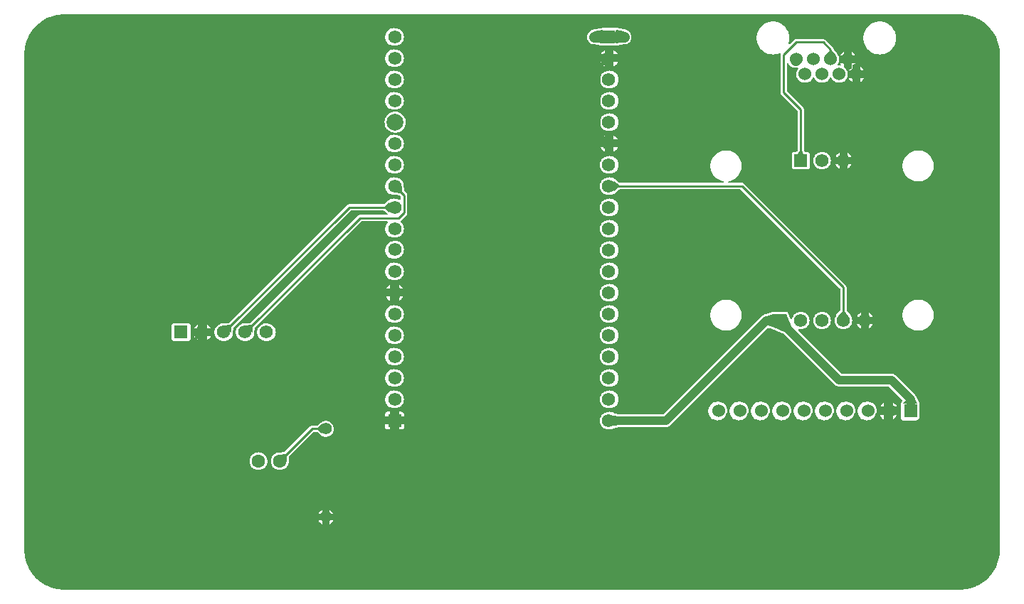
<source format=gbl>
G04 Layer: BottomLayer*
G04 EasyEDA v6.5.51, 2025-09-06 07:05:30*
G04 62973c2a91a8465ca14b7521446b148e,ed13e26d4d8d426092ec29dadd734ac4,10*
G04 Gerber Generator version 0.2*
G04 Scale: 100 percent, Rotated: No, Reflected: No *
G04 Dimensions in millimeters *
G04 leading zeros omitted , absolute positions ,4 integer and 5 decimal *
%FSLAX45Y45*%
%MOMM*%

%ADD10C,0.2540*%
%ADD11C,1.2700*%
%ADD12C,1.0000*%
%ADD13C,1.6000*%
%ADD14C,7.0000*%
%ADD15C,1.4000*%
%ADD16C,1.5240*%
%ADD17R,1.5750X1.5750*%
%ADD18C,1.5750*%
%ADD19C,0.0193*%
%ADD20C,2.0000*%
%ADD21R,1.5748X1.5748*%
%ADD22C,1.5748*%

%LPD*%
G36*
X5093512Y-3880408D02*
G01*
X5062880Y-3879392D01*
X5033264Y-3876598D01*
X5003850Y-3871925D01*
X4974793Y-3865372D01*
X4946192Y-3857040D01*
X4918202Y-3846931D01*
X4890871Y-3835095D01*
X4864303Y-3821582D01*
X4838700Y-3806393D01*
X4814062Y-3789629D01*
X4790541Y-3771341D01*
X4768240Y-3751630D01*
X4747209Y-3730599D01*
X4727498Y-3708247D01*
X4709261Y-3684676D01*
X4692548Y-3660038D01*
X4677410Y-3634384D01*
X4663897Y-3607866D01*
X4652111Y-3580536D01*
X4642002Y-3552494D01*
X4633722Y-3523894D01*
X4627270Y-3494786D01*
X4622596Y-3465372D01*
X4619853Y-3435756D01*
X4618888Y-3405733D01*
X4618888Y2499461D01*
X4619853Y2530094D01*
X4622698Y2559710D01*
X4627372Y2589123D01*
X4633874Y2618181D01*
X4642205Y2646781D01*
X4652314Y2674823D01*
X4664151Y2702153D01*
X4677714Y2728671D01*
X4692904Y2754274D01*
X4709668Y2778912D01*
X4727905Y2802432D01*
X4747615Y2824734D01*
X4768697Y2845816D01*
X4791049Y2865475D01*
X4814620Y2883712D01*
X4839258Y2900426D01*
X4864862Y2915564D01*
X4891430Y2929077D01*
X4918760Y2940913D01*
X4946802Y2950972D01*
X4975402Y2959252D01*
X5004460Y2965704D01*
X5033873Y2970377D01*
X5063540Y2973171D01*
X5093512Y2974086D01*
X15749727Y2974086D01*
X15780359Y2973120D01*
X15810026Y2970276D01*
X15839389Y2965602D01*
X15868497Y2959100D01*
X15897047Y2950768D01*
X15925088Y2940659D01*
X15952419Y2928823D01*
X15978936Y2915259D01*
X16004540Y2900070D01*
X16029178Y2883357D01*
X16052698Y2865069D01*
X16074999Y2845358D01*
X16096081Y2824276D01*
X16115741Y2801924D01*
X16133978Y2778404D01*
X16150691Y2753766D01*
X16165830Y2728112D01*
X16179342Y2701544D01*
X16191179Y2674213D01*
X16201237Y2646172D01*
X16209518Y2617571D01*
X16216020Y2588514D01*
X16220643Y2559100D01*
X16223437Y2529433D01*
X16224351Y2499461D01*
X16224351Y-3405733D01*
X16223386Y-3436365D01*
X16220541Y-3466033D01*
X16215868Y-3495446D01*
X16209365Y-3524504D01*
X16201034Y-3553104D01*
X16190925Y-3581095D01*
X16179088Y-3608425D01*
X16165525Y-3634943D01*
X16150386Y-3660597D01*
X16133622Y-3685184D01*
X16115334Y-3708704D01*
X16095624Y-3731056D01*
X16074542Y-3752087D01*
X16052190Y-3771747D01*
X16028669Y-3789984D01*
X16004032Y-3806748D01*
X15978378Y-3821887D01*
X15951809Y-3835400D01*
X15924479Y-3847185D01*
X15896437Y-3857244D01*
X15867837Y-3865524D01*
X15838779Y-3872026D01*
X15809366Y-3876649D01*
X15779699Y-3879443D01*
X15749727Y-3880408D01*
G37*

%LPC*%
G36*
X15877743Y-3582568D02*
G01*
X15894202Y-3573068D01*
X15913201Y-3559860D01*
X15930981Y-3545128D01*
X15947491Y-3528974D01*
X15962579Y-3511499D01*
X15976193Y-3492804D01*
X15988944Y-3471468D01*
X15877743Y-3471468D01*
G37*
G36*
X5231333Y-3582568D02*
G01*
X5247843Y-3573068D01*
X5266791Y-3559860D01*
X5284622Y-3545128D01*
X5301132Y-3528974D01*
X5316220Y-3511499D01*
X5329783Y-3492804D01*
X5341772Y-3472992D01*
X5342534Y-3471468D01*
X5231333Y-3471468D01*
G37*
G36*
X15615005Y-3582466D02*
G01*
X15615005Y-3471468D01*
X15504007Y-3471468D01*
X15510357Y-3483000D01*
X15523159Y-3502253D01*
X15537535Y-3520389D01*
X15553334Y-3537204D01*
X15570504Y-3552698D01*
X15588894Y-3566668D01*
X15608401Y-3579012D01*
G37*
G36*
X4968646Y-3582466D02*
G01*
X4968646Y-3471468D01*
X4857648Y-3471468D01*
X4863998Y-3483000D01*
X4876800Y-3502253D01*
X4891125Y-3520389D01*
X4906975Y-3537204D01*
X4924145Y-3552698D01*
X4942535Y-3566668D01*
X4962042Y-3579012D01*
G37*
G36*
X15504007Y-3208731D02*
G01*
X15615005Y-3208731D01*
X15615005Y-3097733D01*
X15608401Y-3101187D01*
X15588894Y-3113532D01*
X15570504Y-3127502D01*
X15553334Y-3142996D01*
X15537535Y-3159810D01*
X15523159Y-3177946D01*
X15510357Y-3197199D01*
G37*
G36*
X4857648Y-3208731D02*
G01*
X4968646Y-3208731D01*
X4968646Y-3097733D01*
X4962042Y-3101187D01*
X4942535Y-3113532D01*
X4924145Y-3127502D01*
X4906975Y-3142996D01*
X4891125Y-3159810D01*
X4876800Y-3177946D01*
X4863998Y-3197199D01*
G37*
G36*
X5231333Y-3208731D02*
G01*
X5342534Y-3208731D01*
X5341772Y-3207207D01*
X5329783Y-3187395D01*
X5316220Y-3168751D01*
X5301132Y-3151225D01*
X5284622Y-3135071D01*
X5266791Y-3120339D01*
X5247843Y-3107131D01*
X5231333Y-3097631D01*
G37*
G36*
X15877743Y-3208731D02*
G01*
X15988944Y-3208731D01*
X15976193Y-3187395D01*
X15962579Y-3168751D01*
X15947491Y-3151225D01*
X15930981Y-3135071D01*
X15913201Y-3120339D01*
X15894202Y-3107131D01*
X15877743Y-3097631D01*
G37*
G36*
X8245551Y-3100527D02*
G01*
X8254034Y-3096107D01*
X8264702Y-3088589D01*
X8274253Y-3079648D01*
X8282533Y-3069488D01*
X8289340Y-3058312D01*
X8290509Y-3055569D01*
X8245551Y-3055569D01*
G37*
G36*
X8162848Y-3100527D02*
G01*
X8162848Y-3055569D01*
X8117890Y-3055569D01*
X8119059Y-3058312D01*
X8125866Y-3069488D01*
X8134146Y-3079648D01*
X8143697Y-3088589D01*
X8154365Y-3096107D01*
G37*
G36*
X8117890Y-2972866D02*
G01*
X8162848Y-2972866D01*
X8162848Y-2927908D01*
X8154365Y-2932277D01*
X8143697Y-2939846D01*
X8134146Y-2948736D01*
X8125866Y-2958896D01*
X8119059Y-2970072D01*
G37*
G36*
X8245551Y-2972866D02*
G01*
X8290509Y-2972866D01*
X8289340Y-2970072D01*
X8282533Y-2958896D01*
X8274253Y-2948736D01*
X8264702Y-2939846D01*
X8254034Y-2932277D01*
X8245551Y-2927908D01*
G37*
G36*
X7404100Y-2455367D02*
G01*
X7417917Y-2454503D01*
X7431481Y-2451760D01*
X7444638Y-2447340D01*
X7457033Y-2441194D01*
X7468565Y-2433523D01*
X7478979Y-2424379D01*
X7488123Y-2413965D01*
X7495794Y-2402433D01*
X7501940Y-2390038D01*
X7506360Y-2376881D01*
X7509103Y-2363317D01*
X7509967Y-2349500D01*
X7509103Y-2335682D01*
X7506360Y-2322118D01*
X7501940Y-2308961D01*
X7495794Y-2296566D01*
X7488123Y-2285034D01*
X7478979Y-2274620D01*
X7468565Y-2265476D01*
X7457033Y-2257806D01*
X7444638Y-2251659D01*
X7431481Y-2247239D01*
X7417917Y-2244496D01*
X7404100Y-2243632D01*
X7390282Y-2244496D01*
X7376718Y-2247239D01*
X7363561Y-2251659D01*
X7351166Y-2257806D01*
X7339634Y-2265476D01*
X7329220Y-2274620D01*
X7320076Y-2285034D01*
X7312406Y-2296566D01*
X7306259Y-2308961D01*
X7301839Y-2322118D01*
X7299096Y-2335682D01*
X7298232Y-2349500D01*
X7299096Y-2363317D01*
X7301839Y-2376881D01*
X7306259Y-2390038D01*
X7312406Y-2402433D01*
X7320076Y-2413965D01*
X7329220Y-2424379D01*
X7339634Y-2433523D01*
X7351166Y-2441194D01*
X7363561Y-2447340D01*
X7376718Y-2451760D01*
X7390282Y-2454503D01*
G37*
G36*
X7658100Y-2455367D02*
G01*
X7671917Y-2454503D01*
X7685481Y-2451760D01*
X7698638Y-2447340D01*
X7711033Y-2441194D01*
X7722565Y-2433523D01*
X7732979Y-2424379D01*
X7742123Y-2413965D01*
X7749794Y-2402433D01*
X7755940Y-2390038D01*
X7760360Y-2376881D01*
X7763103Y-2363317D01*
X7768793Y-2296769D01*
X7769707Y-2293366D01*
X7771739Y-2290470D01*
X8056422Y-2005787D01*
X8059724Y-2003602D01*
X8063585Y-2002840D01*
X8096097Y-2002840D01*
X8099501Y-2003399D01*
X8102498Y-2005075D01*
X8143494Y-2038451D01*
X8154365Y-2046122D01*
X8165998Y-2052167D01*
X8178342Y-2056536D01*
X8191144Y-2059178D01*
X8204200Y-2060092D01*
X8217255Y-2059178D01*
X8230057Y-2056536D01*
X8242401Y-2052167D01*
X8254034Y-2046122D01*
X8264702Y-2038553D01*
X8274253Y-2029663D01*
X8282533Y-2019503D01*
X8289340Y-2008327D01*
X8294573Y-1996287D01*
X8298078Y-1983689D01*
X8299856Y-1970735D01*
X8299856Y-1957679D01*
X8298078Y-1944674D01*
X8294573Y-1932076D01*
X8289340Y-1920087D01*
X8282533Y-1908911D01*
X8274253Y-1898751D01*
X8264702Y-1889810D01*
X8254034Y-1882292D01*
X8242401Y-1876247D01*
X8230057Y-1871878D01*
X8217255Y-1869186D01*
X8204200Y-1868322D01*
X8191144Y-1869186D01*
X8178342Y-1871878D01*
X8165998Y-1876247D01*
X8154365Y-1882292D01*
X8143494Y-1889963D01*
X8102498Y-1923338D01*
X8099501Y-1925015D01*
X8096097Y-1925624D01*
X8043875Y-1925624D01*
X8035848Y-1926386D01*
X8028635Y-1928571D01*
X8021980Y-1932127D01*
X8015731Y-1937257D01*
X7717129Y-2235860D01*
X7714234Y-2237892D01*
X7710830Y-2238806D01*
X7644434Y-2244496D01*
X7630718Y-2247239D01*
X7617561Y-2251659D01*
X7605166Y-2257806D01*
X7593634Y-2265476D01*
X7583220Y-2274620D01*
X7574076Y-2285034D01*
X7566406Y-2296566D01*
X7560259Y-2308961D01*
X7555839Y-2322118D01*
X7553096Y-2335682D01*
X7552232Y-2349500D01*
X7553096Y-2363317D01*
X7555839Y-2376881D01*
X7560259Y-2390038D01*
X7566406Y-2402433D01*
X7574076Y-2413965D01*
X7583220Y-2424379D01*
X7593634Y-2433523D01*
X7605166Y-2441194D01*
X7617561Y-2447340D01*
X7630718Y-2451760D01*
X7644282Y-2454503D01*
G37*
G36*
X9075420Y-1972818D02*
G01*
X9096451Y-1972818D01*
X9114231Y-1970836D01*
X9119666Y-1968957D01*
X9124543Y-1965858D01*
X9128658Y-1961743D01*
X9131757Y-1956866D01*
X9133636Y-1951380D01*
X9134348Y-1945081D01*
X9134348Y-1913178D01*
X9075420Y-1913229D01*
G37*
G36*
X8937548Y-1972818D02*
G01*
X8970670Y-1972818D01*
X8970670Y-1913229D01*
X8911082Y-1913229D01*
X8911082Y-1946351D01*
X8911793Y-1952650D01*
X8913723Y-1958136D01*
X8916771Y-1963013D01*
X8920886Y-1967128D01*
X8925763Y-1970176D01*
X8931249Y-1972106D01*
G37*
G36*
X11582400Y-1972767D02*
G01*
X11596217Y-1971903D01*
X11609781Y-1969160D01*
X11622938Y-1964740D01*
X11635333Y-1958593D01*
X11644579Y-1952447D01*
X11648440Y-1950872D01*
X11692737Y-1942947D01*
X11694515Y-1942795D01*
X12258141Y-1942744D01*
X12266980Y-1941931D01*
X12269419Y-1941525D01*
X12278055Y-1939391D01*
X12280392Y-1938629D01*
X12288621Y-1935225D01*
X12290806Y-1934108D01*
X12298426Y-1929485D01*
X12307265Y-1922424D01*
X13465860Y-763879D01*
X13469061Y-761746D01*
X13472871Y-760933D01*
X13476732Y-761644D01*
X13513358Y-775919D01*
X13655852Y-835660D01*
X13659104Y-837844D01*
X14261134Y-1439824D01*
X14269974Y-1446885D01*
X14277594Y-1451508D01*
X14279778Y-1452626D01*
X14288007Y-1456029D01*
X14290344Y-1456791D01*
X14298980Y-1458925D01*
X14301419Y-1459331D01*
X14310258Y-1460144D01*
X14899538Y-1460195D01*
X14903450Y-1460957D01*
X14906751Y-1463192D01*
X15064333Y-1620774D01*
X15066365Y-1623771D01*
X15067280Y-1627276D01*
X15066873Y-1630883D01*
X15065248Y-1634083D01*
X15051989Y-1651558D01*
X15049093Y-1656334D01*
X15047163Y-1661871D01*
X15046451Y-1668170D01*
X15046451Y-1837029D01*
X15047163Y-1843328D01*
X15049093Y-1848815D01*
X15052141Y-1853692D01*
X15056256Y-1857806D01*
X15061133Y-1860905D01*
X15066619Y-1862785D01*
X15072918Y-1863496D01*
X15229281Y-1863496D01*
X15235580Y-1862785D01*
X15241066Y-1860905D01*
X15245943Y-1857806D01*
X15250058Y-1853692D01*
X15253563Y-1848154D01*
X15256763Y-1844954D01*
X15258643Y-1843735D01*
X15262758Y-1839671D01*
X15265806Y-1834743D01*
X15267736Y-1829307D01*
X15268448Y-1822957D01*
X15268448Y-1666646D01*
X15267736Y-1660296D01*
X15265298Y-1653641D01*
X15240203Y-1607210D01*
X15239034Y-1603806D01*
X15238374Y-1598828D01*
X15236291Y-1590344D01*
X15235529Y-1588008D01*
X15232126Y-1579778D01*
X15231008Y-1577594D01*
X15226385Y-1569974D01*
X15219324Y-1561134D01*
X14986965Y-1328775D01*
X14978126Y-1321714D01*
X14970506Y-1317091D01*
X14968321Y-1315974D01*
X14960092Y-1312570D01*
X14957755Y-1311808D01*
X14949119Y-1309674D01*
X14946680Y-1309268D01*
X14937841Y-1308455D01*
X14348561Y-1308404D01*
X14344650Y-1307642D01*
X14341348Y-1305407D01*
X13829233Y-793242D01*
X13826896Y-789635D01*
X13826236Y-785418D01*
X13827455Y-781304D01*
X13830198Y-778002D01*
X13834110Y-776173D01*
X13838377Y-776122D01*
X13842034Y-776833D01*
X13855700Y-777748D01*
X13869365Y-776833D01*
X13882776Y-774192D01*
X13895730Y-769772D01*
X13908024Y-763727D01*
X13919403Y-756107D01*
X13929664Y-747064D01*
X13938707Y-736803D01*
X13946327Y-725424D01*
X13952372Y-713130D01*
X13956792Y-700176D01*
X13959433Y-686765D01*
X13960348Y-673100D01*
X13959433Y-659434D01*
X13956792Y-646023D01*
X13952372Y-633069D01*
X13946327Y-620776D01*
X13938707Y-609396D01*
X13929664Y-599084D01*
X13919403Y-590092D01*
X13908024Y-582472D01*
X13895730Y-576427D01*
X13882776Y-572008D01*
X13869365Y-569366D01*
X13855700Y-568452D01*
X13842034Y-569366D01*
X13828623Y-572008D01*
X13815669Y-576427D01*
X13803376Y-582472D01*
X13791996Y-590092D01*
X13781735Y-599084D01*
X13772692Y-609396D01*
X13765072Y-620776D01*
X13759027Y-633069D01*
X13754607Y-646023D01*
X13753236Y-652932D01*
X13751560Y-656844D01*
X13748359Y-659739D01*
X13744295Y-661060D01*
X13740028Y-660552D01*
X13736370Y-658368D01*
X13733932Y-654862D01*
X13704519Y-584708D01*
X13702284Y-580491D01*
X13698778Y-576021D01*
X13694206Y-572414D01*
X13689025Y-569925D01*
X13683335Y-568604D01*
X13680186Y-568452D01*
X13523518Y-568452D01*
X13517016Y-569163D01*
X13513155Y-570331D01*
X13444880Y-597001D01*
X13442442Y-597611D01*
X13435177Y-598525D01*
X13426744Y-600608D01*
X13424407Y-601370D01*
X13416178Y-604774D01*
X13413994Y-605891D01*
X13406374Y-610514D01*
X13397534Y-617575D01*
X12227052Y-1788007D01*
X12223750Y-1790242D01*
X12219838Y-1791004D01*
X11694515Y-1791004D01*
X11692737Y-1790852D01*
X11648440Y-1782927D01*
X11644579Y-1781352D01*
X11635333Y-1775206D01*
X11622938Y-1769059D01*
X11609781Y-1764639D01*
X11596217Y-1761896D01*
X11582400Y-1761032D01*
X11568582Y-1761896D01*
X11564772Y-1762607D01*
X11556034Y-1763166D01*
X11542623Y-1765807D01*
X11529669Y-1770227D01*
X11517376Y-1776272D01*
X11505996Y-1783892D01*
X11495735Y-1792935D01*
X11486692Y-1803196D01*
X11479072Y-1814575D01*
X11473027Y-1826869D01*
X11468608Y-1839823D01*
X11465966Y-1853234D01*
X11465052Y-1866900D01*
X11465966Y-1880565D01*
X11468608Y-1893976D01*
X11473027Y-1906930D01*
X11479072Y-1919224D01*
X11486692Y-1930603D01*
X11495735Y-1940864D01*
X11505996Y-1949907D01*
X11517376Y-1957527D01*
X11529669Y-1963572D01*
X11542623Y-1967992D01*
X11556034Y-1970633D01*
X11566093Y-1971395D01*
X11568582Y-1971903D01*
G37*
G36*
X14385544Y-1863445D02*
G01*
X14399768Y-1862988D01*
X14413788Y-1860702D01*
X14427403Y-1856689D01*
X14440407Y-1850898D01*
X14452549Y-1843532D01*
X14463674Y-1834692D01*
X14473529Y-1824482D01*
X14482013Y-1813102D01*
X14489023Y-1800707D01*
X14498218Y-1778304D01*
X14501825Y-1765147D01*
X14503654Y-1751634D01*
X14503654Y-1737969D01*
X14501825Y-1724456D01*
X14498218Y-1711299D01*
X14492935Y-1698752D01*
X14485975Y-1687017D01*
X14477492Y-1676298D01*
X14467687Y-1666849D01*
X14456714Y-1658772D01*
X14444776Y-1652219D01*
X14432026Y-1647291D01*
X14418767Y-1644142D01*
X14400072Y-1642211D01*
X14385544Y-1641754D01*
X14371421Y-1643125D01*
X14357553Y-1646275D01*
X14344192Y-1651203D01*
X14331594Y-1657756D01*
X14319961Y-1665884D01*
X14309445Y-1675434D01*
X14300250Y-1686255D01*
X14292478Y-1698193D01*
X14286331Y-1710994D01*
X14281861Y-1724456D01*
X14279118Y-1738426D01*
X14278203Y-1752600D01*
X14279118Y-1766773D01*
X14281861Y-1780743D01*
X14286331Y-1794205D01*
X14292478Y-1807006D01*
X14300250Y-1818944D01*
X14309445Y-1829765D01*
X14319961Y-1839315D01*
X14331594Y-1847443D01*
X14344192Y-1853996D01*
X14357553Y-1858924D01*
X14371421Y-1862074D01*
G37*
G36*
X13623544Y-1863445D02*
G01*
X13637768Y-1862988D01*
X13651788Y-1860702D01*
X13665403Y-1856689D01*
X13678407Y-1850898D01*
X13690549Y-1843532D01*
X13701674Y-1834692D01*
X13711529Y-1824482D01*
X13720013Y-1813102D01*
X13727023Y-1800707D01*
X13736218Y-1778304D01*
X13739825Y-1765147D01*
X13741654Y-1751634D01*
X13741654Y-1737969D01*
X13739825Y-1724456D01*
X13736218Y-1711299D01*
X13730935Y-1698752D01*
X13723975Y-1687017D01*
X13715492Y-1676298D01*
X13705687Y-1666849D01*
X13694714Y-1658772D01*
X13682776Y-1652219D01*
X13670026Y-1647291D01*
X13656767Y-1644142D01*
X13638072Y-1642211D01*
X13623544Y-1641754D01*
X13609421Y-1643125D01*
X13595553Y-1646275D01*
X13582192Y-1651203D01*
X13569594Y-1657756D01*
X13557961Y-1665884D01*
X13547445Y-1675434D01*
X13538250Y-1686255D01*
X13530478Y-1698193D01*
X13524331Y-1710994D01*
X13519861Y-1724456D01*
X13517118Y-1738426D01*
X13516203Y-1752600D01*
X13517118Y-1766773D01*
X13519861Y-1780743D01*
X13524331Y-1794205D01*
X13530478Y-1807006D01*
X13538250Y-1818944D01*
X13547445Y-1829765D01*
X13557961Y-1839315D01*
X13569594Y-1847443D01*
X13582192Y-1853996D01*
X13595553Y-1858924D01*
X13609421Y-1862074D01*
G37*
G36*
X13369544Y-1863445D02*
G01*
X13383768Y-1862988D01*
X13397788Y-1860702D01*
X13411403Y-1856689D01*
X13424407Y-1850898D01*
X13436549Y-1843532D01*
X13447674Y-1834692D01*
X13457529Y-1824482D01*
X13466013Y-1813102D01*
X13473023Y-1800707D01*
X13482218Y-1778304D01*
X13485825Y-1765147D01*
X13487654Y-1751634D01*
X13487654Y-1737969D01*
X13485825Y-1724456D01*
X13482218Y-1711299D01*
X13476935Y-1698752D01*
X13469975Y-1687017D01*
X13461492Y-1676298D01*
X13451687Y-1666849D01*
X13440714Y-1658772D01*
X13428776Y-1652219D01*
X13416026Y-1647291D01*
X13402767Y-1644142D01*
X13384072Y-1642211D01*
X13369544Y-1641754D01*
X13355421Y-1643125D01*
X13341553Y-1646275D01*
X13328192Y-1651203D01*
X13315594Y-1657756D01*
X13303961Y-1665884D01*
X13293445Y-1675434D01*
X13284250Y-1686255D01*
X13276478Y-1698193D01*
X13270331Y-1710994D01*
X13265861Y-1724456D01*
X13263118Y-1738426D01*
X13262203Y-1752600D01*
X13263118Y-1766773D01*
X13265861Y-1780743D01*
X13270331Y-1794205D01*
X13276478Y-1807006D01*
X13284250Y-1818944D01*
X13293445Y-1829765D01*
X13303961Y-1839315D01*
X13315594Y-1847443D01*
X13328192Y-1853996D01*
X13341553Y-1858924D01*
X13355421Y-1862074D01*
G37*
G36*
X14131544Y-1863445D02*
G01*
X14145768Y-1862988D01*
X14159788Y-1860702D01*
X14173403Y-1856689D01*
X14186407Y-1850898D01*
X14198549Y-1843532D01*
X14209674Y-1834692D01*
X14219529Y-1824482D01*
X14228013Y-1813102D01*
X14235023Y-1800707D01*
X14244218Y-1778304D01*
X14247825Y-1765147D01*
X14249654Y-1751634D01*
X14249654Y-1737969D01*
X14247825Y-1724456D01*
X14244218Y-1711299D01*
X14238935Y-1698752D01*
X14231975Y-1687017D01*
X14223492Y-1676298D01*
X14213687Y-1666849D01*
X14202714Y-1658772D01*
X14190776Y-1652219D01*
X14178026Y-1647291D01*
X14164767Y-1644142D01*
X14146072Y-1642211D01*
X14131544Y-1641754D01*
X14117421Y-1643125D01*
X14103553Y-1646275D01*
X14090192Y-1651203D01*
X14077594Y-1657756D01*
X14065961Y-1665884D01*
X14055445Y-1675434D01*
X14046250Y-1686255D01*
X14038478Y-1698193D01*
X14032331Y-1710994D01*
X14027861Y-1724456D01*
X14025118Y-1738426D01*
X14024203Y-1752600D01*
X14025118Y-1766773D01*
X14027861Y-1780743D01*
X14032331Y-1794205D01*
X14038478Y-1807006D01*
X14046250Y-1818944D01*
X14055445Y-1829765D01*
X14065961Y-1839315D01*
X14077594Y-1847443D01*
X14090192Y-1853996D01*
X14103553Y-1858924D01*
X14117421Y-1862074D01*
G37*
G36*
X13115544Y-1863445D02*
G01*
X13129768Y-1862988D01*
X13143788Y-1860702D01*
X13157403Y-1856689D01*
X13170407Y-1850898D01*
X13182549Y-1843532D01*
X13193674Y-1834692D01*
X13203529Y-1824482D01*
X13212013Y-1813102D01*
X13219023Y-1800707D01*
X13228218Y-1778304D01*
X13231825Y-1765147D01*
X13233654Y-1751634D01*
X13233654Y-1737969D01*
X13231825Y-1724456D01*
X13228218Y-1711299D01*
X13222935Y-1698752D01*
X13215975Y-1687017D01*
X13207492Y-1676298D01*
X13197687Y-1666849D01*
X13186714Y-1658772D01*
X13174776Y-1652219D01*
X13162026Y-1647291D01*
X13148767Y-1644142D01*
X13130072Y-1642211D01*
X13115544Y-1641754D01*
X13101421Y-1643125D01*
X13087553Y-1646275D01*
X13074192Y-1651203D01*
X13061594Y-1657756D01*
X13049961Y-1665884D01*
X13039445Y-1675434D01*
X13030250Y-1686255D01*
X13022478Y-1698193D01*
X13016331Y-1710994D01*
X13011861Y-1724456D01*
X13009118Y-1738426D01*
X13008203Y-1752600D01*
X13009118Y-1766773D01*
X13011861Y-1780743D01*
X13016331Y-1794205D01*
X13022478Y-1807006D01*
X13030250Y-1818944D01*
X13039445Y-1829765D01*
X13049961Y-1839315D01*
X13061594Y-1847443D01*
X13074192Y-1853996D01*
X13087553Y-1858924D01*
X13101421Y-1862074D01*
G37*
G36*
X12861544Y-1863445D02*
G01*
X12875768Y-1862988D01*
X12889788Y-1860702D01*
X12903403Y-1856689D01*
X12916408Y-1850898D01*
X12928549Y-1843532D01*
X12939674Y-1834692D01*
X12949529Y-1824482D01*
X12958013Y-1813102D01*
X12965023Y-1800707D01*
X12974218Y-1778304D01*
X12977825Y-1765147D01*
X12979654Y-1751634D01*
X12979654Y-1737969D01*
X12977825Y-1724456D01*
X12974218Y-1711299D01*
X12968935Y-1698752D01*
X12961975Y-1687017D01*
X12953492Y-1676298D01*
X12943687Y-1666849D01*
X12932714Y-1658772D01*
X12920776Y-1652219D01*
X12908026Y-1647291D01*
X12894767Y-1644142D01*
X12876072Y-1642211D01*
X12861544Y-1641754D01*
X12847421Y-1643125D01*
X12833553Y-1646275D01*
X12820192Y-1651203D01*
X12807594Y-1657756D01*
X12795961Y-1665884D01*
X12785445Y-1675434D01*
X12776250Y-1686255D01*
X12768478Y-1698193D01*
X12762331Y-1710994D01*
X12757861Y-1724456D01*
X12755118Y-1738426D01*
X12754203Y-1752600D01*
X12755118Y-1766773D01*
X12757861Y-1780743D01*
X12762331Y-1794205D01*
X12768478Y-1807006D01*
X12776250Y-1818944D01*
X12785445Y-1829765D01*
X12795961Y-1839315D01*
X12807594Y-1847443D01*
X12820192Y-1853996D01*
X12833553Y-1858924D01*
X12847421Y-1862074D01*
G37*
G36*
X13877544Y-1863445D02*
G01*
X13891768Y-1862988D01*
X13905788Y-1860702D01*
X13919403Y-1856689D01*
X13932407Y-1850898D01*
X13944549Y-1843532D01*
X13955674Y-1834692D01*
X13965529Y-1824482D01*
X13974013Y-1813102D01*
X13981023Y-1800707D01*
X13990218Y-1778304D01*
X13993825Y-1765147D01*
X13995654Y-1751634D01*
X13995654Y-1737969D01*
X13993825Y-1724456D01*
X13990218Y-1711299D01*
X13984935Y-1698752D01*
X13977975Y-1687017D01*
X13969492Y-1676298D01*
X13959687Y-1666849D01*
X13948714Y-1658772D01*
X13936776Y-1652219D01*
X13924026Y-1647291D01*
X13910767Y-1644142D01*
X13892072Y-1642211D01*
X13877544Y-1641754D01*
X13863421Y-1643125D01*
X13849553Y-1646275D01*
X13836192Y-1651203D01*
X13823594Y-1657756D01*
X13811961Y-1665884D01*
X13801445Y-1675434D01*
X13792250Y-1686255D01*
X13784478Y-1698193D01*
X13778331Y-1710994D01*
X13773861Y-1724456D01*
X13771118Y-1738426D01*
X13770203Y-1752600D01*
X13771118Y-1766773D01*
X13773861Y-1780743D01*
X13778331Y-1794205D01*
X13784478Y-1807006D01*
X13792250Y-1818944D01*
X13801445Y-1829765D01*
X13811961Y-1839315D01*
X13823594Y-1847443D01*
X13836192Y-1853996D01*
X13849553Y-1858924D01*
X13863421Y-1862074D01*
G37*
G36*
X14639544Y-1863445D02*
G01*
X14653768Y-1862988D01*
X14667788Y-1860702D01*
X14681403Y-1856689D01*
X14694407Y-1850898D01*
X14706549Y-1843532D01*
X14717674Y-1834692D01*
X14727529Y-1824482D01*
X14736013Y-1813102D01*
X14743023Y-1800707D01*
X14752218Y-1778304D01*
X14755825Y-1765147D01*
X14757654Y-1751634D01*
X14757654Y-1737969D01*
X14755825Y-1724456D01*
X14752218Y-1711299D01*
X14746935Y-1698752D01*
X14739975Y-1687017D01*
X14731492Y-1676298D01*
X14721687Y-1666849D01*
X14710714Y-1658772D01*
X14698776Y-1652219D01*
X14686026Y-1647291D01*
X14672767Y-1644142D01*
X14654072Y-1642211D01*
X14639544Y-1641754D01*
X14625421Y-1643125D01*
X14611553Y-1646275D01*
X14598192Y-1651203D01*
X14585594Y-1657756D01*
X14573961Y-1665884D01*
X14563445Y-1675434D01*
X14554250Y-1686255D01*
X14546478Y-1698193D01*
X14540331Y-1710994D01*
X14535861Y-1724456D01*
X14533118Y-1738426D01*
X14532203Y-1752600D01*
X14533118Y-1766773D01*
X14535861Y-1780743D01*
X14540331Y-1794205D01*
X14546478Y-1807006D01*
X14554250Y-1818944D01*
X14563445Y-1829765D01*
X14573961Y-1839315D01*
X14585594Y-1847443D01*
X14598192Y-1853996D01*
X14611553Y-1858924D01*
X14625421Y-1862074D01*
G37*
G36*
X14848230Y-1851914D02*
G01*
X14848230Y-1801469D01*
X14797786Y-1801469D01*
X14800478Y-1807006D01*
X14808250Y-1818944D01*
X14817445Y-1829765D01*
X14827961Y-1839315D01*
X14839594Y-1847443D01*
G37*
G36*
X14955519Y-1846580D02*
G01*
X14960549Y-1843532D01*
X14971674Y-1834692D01*
X14981529Y-1824482D01*
X14990063Y-1813001D01*
X14992451Y-1809038D01*
X14997531Y-1801469D01*
X14955519Y-1801469D01*
G37*
G36*
X9134348Y-1820824D02*
G01*
X9134348Y-1788718D01*
X9133636Y-1782419D01*
X9131757Y-1776933D01*
X9128658Y-1772056D01*
X9124543Y-1767941D01*
X9119666Y-1764842D01*
X9114180Y-1762963D01*
X9096451Y-1760982D01*
X9075420Y-1760982D01*
X9075420Y-1820570D01*
X9133078Y-1820570D01*
G37*
G36*
X8911082Y-1820570D02*
G01*
X8970670Y-1820570D01*
X8970670Y-1760982D01*
X8937548Y-1760982D01*
X8931249Y-1761693D01*
X8925763Y-1763623D01*
X8920886Y-1766671D01*
X8916771Y-1770786D01*
X8913723Y-1775663D01*
X8911793Y-1781149D01*
X8911082Y-1787448D01*
G37*
G36*
X11582400Y-1718767D02*
G01*
X11596217Y-1717903D01*
X11609781Y-1715160D01*
X11622938Y-1710740D01*
X11635333Y-1704593D01*
X11646865Y-1696923D01*
X11657279Y-1687779D01*
X11666423Y-1677365D01*
X11674094Y-1665833D01*
X11680240Y-1653438D01*
X11684660Y-1640281D01*
X11687403Y-1626717D01*
X11688267Y-1612900D01*
X11687403Y-1599082D01*
X11684660Y-1585518D01*
X11680240Y-1572361D01*
X11674094Y-1559966D01*
X11666423Y-1548434D01*
X11657279Y-1538020D01*
X11646865Y-1528876D01*
X11635333Y-1521206D01*
X11622938Y-1515059D01*
X11609781Y-1510639D01*
X11596217Y-1507896D01*
X11582400Y-1507032D01*
X11568582Y-1507896D01*
X11564670Y-1508607D01*
X11556034Y-1509166D01*
X11542623Y-1511858D01*
X11529669Y-1516227D01*
X11517376Y-1522323D01*
X11505996Y-1529892D01*
X11495735Y-1538935D01*
X11486692Y-1549196D01*
X11479072Y-1560576D01*
X11473027Y-1572869D01*
X11468658Y-1585823D01*
X11465966Y-1599234D01*
X11465052Y-1612900D01*
X11465966Y-1626565D01*
X11468658Y-1639976D01*
X11473027Y-1652981D01*
X11479072Y-1665224D01*
X11486692Y-1676603D01*
X11495735Y-1686915D01*
X11505996Y-1695907D01*
X11517376Y-1703527D01*
X11529669Y-1709572D01*
X11542623Y-1713992D01*
X11556034Y-1716684D01*
X11566245Y-1717395D01*
X11568582Y-1717903D01*
G37*
G36*
X9017000Y-1718767D02*
G01*
X9030817Y-1717903D01*
X9034475Y-1717243D01*
X9043365Y-1716684D01*
X9056776Y-1713992D01*
X9069730Y-1709572D01*
X9082024Y-1703527D01*
X9093403Y-1695907D01*
X9103715Y-1686915D01*
X9112707Y-1676603D01*
X9120327Y-1665224D01*
X9126372Y-1652981D01*
X9130792Y-1639976D01*
X9133433Y-1626565D01*
X9134348Y-1612900D01*
X9133433Y-1599234D01*
X9130792Y-1585823D01*
X9126372Y-1572869D01*
X9120327Y-1560576D01*
X9112707Y-1549196D01*
X9103715Y-1538935D01*
X9093403Y-1529892D01*
X9082024Y-1522323D01*
X9069730Y-1516227D01*
X9056776Y-1511858D01*
X9043365Y-1509166D01*
X9033408Y-1508455D01*
X9030817Y-1507896D01*
X9017000Y-1507032D01*
X9003182Y-1507896D01*
X8989618Y-1510639D01*
X8976461Y-1515059D01*
X8964066Y-1521206D01*
X8952534Y-1528876D01*
X8942120Y-1538020D01*
X8932976Y-1548434D01*
X8925306Y-1559966D01*
X8919159Y-1572361D01*
X8914739Y-1585518D01*
X8911996Y-1599082D01*
X8911132Y-1612900D01*
X8911996Y-1626717D01*
X8914739Y-1640281D01*
X8919159Y-1653438D01*
X8925306Y-1665833D01*
X8932976Y-1677365D01*
X8942120Y-1687779D01*
X8952534Y-1696923D01*
X8964066Y-1704593D01*
X8976461Y-1710740D01*
X8989618Y-1715160D01*
X9003182Y-1717903D01*
G37*
G36*
X14799868Y-1699310D02*
G01*
X14800884Y-1699056D01*
X14848230Y-1699056D01*
X14848230Y-1653286D01*
X14839594Y-1657756D01*
X14827961Y-1665884D01*
X14817445Y-1675434D01*
X14808250Y-1686255D01*
G37*
G36*
X14955519Y-1699056D02*
G01*
X15003678Y-1699056D01*
X15000427Y-1692503D01*
X14992807Y-1681124D01*
X14983764Y-1670812D01*
X14973503Y-1661769D01*
X14962124Y-1654200D01*
X14955519Y-1650949D01*
G37*
G36*
X11582400Y-1464767D02*
G01*
X11596217Y-1463903D01*
X11609781Y-1461160D01*
X11622938Y-1456740D01*
X11635333Y-1450594D01*
X11646865Y-1442923D01*
X11657279Y-1433779D01*
X11666423Y-1423365D01*
X11674094Y-1411833D01*
X11680240Y-1399438D01*
X11684660Y-1386281D01*
X11687403Y-1372717D01*
X11688267Y-1358900D01*
X11687403Y-1345082D01*
X11684660Y-1331518D01*
X11680240Y-1318361D01*
X11674094Y-1305966D01*
X11666423Y-1294434D01*
X11657279Y-1284020D01*
X11646865Y-1274876D01*
X11635333Y-1267206D01*
X11622938Y-1261059D01*
X11609781Y-1256639D01*
X11596217Y-1253896D01*
X11582400Y-1253032D01*
X11568582Y-1253896D01*
X11564670Y-1254607D01*
X11556034Y-1255166D01*
X11542623Y-1257858D01*
X11529669Y-1262227D01*
X11517376Y-1268323D01*
X11505996Y-1275892D01*
X11495735Y-1284935D01*
X11486692Y-1295196D01*
X11479072Y-1306576D01*
X11473027Y-1318869D01*
X11468658Y-1331823D01*
X11465966Y-1345234D01*
X11465052Y-1358900D01*
X11465966Y-1372565D01*
X11468658Y-1385976D01*
X11473027Y-1398981D01*
X11479072Y-1411224D01*
X11486692Y-1422603D01*
X11495735Y-1432915D01*
X11505996Y-1441907D01*
X11517376Y-1449527D01*
X11529669Y-1455572D01*
X11542623Y-1459992D01*
X11556034Y-1462684D01*
X11566245Y-1463395D01*
X11568582Y-1463903D01*
G37*
G36*
X9017000Y-1464767D02*
G01*
X9030817Y-1463903D01*
X9034475Y-1463243D01*
X9043365Y-1462684D01*
X9056776Y-1459992D01*
X9069730Y-1455572D01*
X9082024Y-1449527D01*
X9093403Y-1441907D01*
X9103715Y-1432915D01*
X9112707Y-1422603D01*
X9120327Y-1411224D01*
X9126372Y-1398981D01*
X9130792Y-1385976D01*
X9133433Y-1372565D01*
X9134348Y-1358900D01*
X9133433Y-1345234D01*
X9130792Y-1331823D01*
X9126372Y-1318869D01*
X9120327Y-1306576D01*
X9112707Y-1295196D01*
X9103715Y-1284935D01*
X9093403Y-1275892D01*
X9082024Y-1268323D01*
X9069730Y-1262227D01*
X9056776Y-1257858D01*
X9043365Y-1255166D01*
X9033408Y-1254455D01*
X9030817Y-1253896D01*
X9017000Y-1253032D01*
X9003182Y-1253896D01*
X8989618Y-1256639D01*
X8976461Y-1261059D01*
X8964066Y-1267206D01*
X8952534Y-1274876D01*
X8942120Y-1284020D01*
X8932976Y-1294434D01*
X8925306Y-1305966D01*
X8919159Y-1318361D01*
X8914739Y-1331518D01*
X8911996Y-1345082D01*
X8911132Y-1358900D01*
X8911996Y-1372717D01*
X8914739Y-1386281D01*
X8919159Y-1399438D01*
X8925306Y-1411833D01*
X8932976Y-1423365D01*
X8942120Y-1433779D01*
X8952534Y-1442923D01*
X8964066Y-1450594D01*
X8976461Y-1456740D01*
X8989618Y-1461160D01*
X9003182Y-1463903D01*
G37*
G36*
X11582400Y-1210767D02*
G01*
X11596217Y-1209903D01*
X11609781Y-1207160D01*
X11622938Y-1202740D01*
X11635333Y-1196594D01*
X11646865Y-1188923D01*
X11657279Y-1179779D01*
X11666423Y-1169365D01*
X11674094Y-1157833D01*
X11680240Y-1145438D01*
X11684660Y-1132281D01*
X11687403Y-1118717D01*
X11688267Y-1104900D01*
X11687403Y-1091082D01*
X11684660Y-1077518D01*
X11680240Y-1064361D01*
X11674094Y-1051966D01*
X11666423Y-1040434D01*
X11657279Y-1030020D01*
X11646865Y-1020876D01*
X11635333Y-1013206D01*
X11622938Y-1007059D01*
X11609781Y-1002639D01*
X11596217Y-999896D01*
X11582400Y-999032D01*
X11568582Y-999896D01*
X11564670Y-1000607D01*
X11556034Y-1001166D01*
X11542623Y-1003858D01*
X11529669Y-1008227D01*
X11517376Y-1014323D01*
X11505996Y-1021892D01*
X11495735Y-1030935D01*
X11486692Y-1041196D01*
X11479072Y-1052576D01*
X11473027Y-1064869D01*
X11468658Y-1077823D01*
X11465966Y-1091234D01*
X11465052Y-1104900D01*
X11465966Y-1118565D01*
X11468658Y-1131976D01*
X11473027Y-1144981D01*
X11479072Y-1157224D01*
X11486692Y-1168603D01*
X11495735Y-1178915D01*
X11505996Y-1187907D01*
X11517376Y-1195527D01*
X11529669Y-1201572D01*
X11542623Y-1205992D01*
X11556034Y-1208684D01*
X11566245Y-1209395D01*
X11568582Y-1209903D01*
G37*
G36*
X9017000Y-1210767D02*
G01*
X9030817Y-1209903D01*
X9034475Y-1209243D01*
X9043365Y-1208684D01*
X9056776Y-1205992D01*
X9069730Y-1201572D01*
X9082024Y-1195527D01*
X9093403Y-1187907D01*
X9103715Y-1178915D01*
X9112707Y-1168603D01*
X9120327Y-1157224D01*
X9126372Y-1144981D01*
X9130792Y-1131976D01*
X9133433Y-1118565D01*
X9134348Y-1104900D01*
X9133433Y-1091234D01*
X9130792Y-1077823D01*
X9126372Y-1064869D01*
X9120327Y-1052576D01*
X9112707Y-1041196D01*
X9103715Y-1030935D01*
X9093403Y-1021892D01*
X9082024Y-1014323D01*
X9069730Y-1008227D01*
X9056776Y-1003858D01*
X9043365Y-1001166D01*
X9033408Y-1000455D01*
X9030817Y-999896D01*
X9017000Y-999032D01*
X9003182Y-999896D01*
X8989618Y-1002639D01*
X8976461Y-1007059D01*
X8964066Y-1013206D01*
X8952534Y-1020876D01*
X8942120Y-1030020D01*
X8932976Y-1040434D01*
X8925306Y-1051966D01*
X8919159Y-1064361D01*
X8914739Y-1077518D01*
X8911996Y-1091082D01*
X8911132Y-1104900D01*
X8911996Y-1118717D01*
X8914739Y-1132281D01*
X8919159Y-1145438D01*
X8925306Y-1157833D01*
X8932976Y-1169365D01*
X8942120Y-1179779D01*
X8952534Y-1188923D01*
X8964066Y-1196594D01*
X8976461Y-1202740D01*
X8989618Y-1207160D01*
X9003182Y-1209903D01*
G37*
G36*
X11582400Y-956767D02*
G01*
X11596217Y-955903D01*
X11609781Y-953160D01*
X11622938Y-948740D01*
X11635333Y-942594D01*
X11646865Y-934923D01*
X11657279Y-925779D01*
X11666423Y-915365D01*
X11674094Y-903833D01*
X11680240Y-891438D01*
X11684660Y-878281D01*
X11687403Y-864717D01*
X11688267Y-850900D01*
X11687403Y-837082D01*
X11684660Y-823518D01*
X11680240Y-810361D01*
X11674094Y-797966D01*
X11666423Y-786434D01*
X11657279Y-776020D01*
X11646865Y-766876D01*
X11635333Y-759206D01*
X11622938Y-753059D01*
X11609781Y-748639D01*
X11596217Y-745896D01*
X11582400Y-745032D01*
X11568582Y-745896D01*
X11564670Y-746607D01*
X11556034Y-747166D01*
X11542623Y-749858D01*
X11529669Y-754227D01*
X11517376Y-760323D01*
X11505996Y-767892D01*
X11495735Y-776935D01*
X11486692Y-787196D01*
X11479072Y-798576D01*
X11473027Y-810869D01*
X11468658Y-823823D01*
X11465966Y-837234D01*
X11465052Y-850900D01*
X11465966Y-864565D01*
X11468658Y-877976D01*
X11473027Y-890981D01*
X11479072Y-903224D01*
X11486692Y-914603D01*
X11495735Y-924915D01*
X11505996Y-933907D01*
X11517376Y-941527D01*
X11529669Y-947572D01*
X11542623Y-951992D01*
X11556034Y-954684D01*
X11566245Y-955395D01*
X11568582Y-955903D01*
G37*
G36*
X9017000Y-956767D02*
G01*
X9030817Y-955903D01*
X9034475Y-955243D01*
X9043365Y-954684D01*
X9056776Y-951992D01*
X9069730Y-947572D01*
X9082024Y-941527D01*
X9093403Y-933907D01*
X9103715Y-924915D01*
X9112707Y-914603D01*
X9120327Y-903224D01*
X9126372Y-890981D01*
X9130792Y-877976D01*
X9133433Y-864565D01*
X9134348Y-850900D01*
X9133433Y-837234D01*
X9130792Y-823823D01*
X9126372Y-810869D01*
X9120327Y-798576D01*
X9112707Y-787196D01*
X9103715Y-776935D01*
X9093403Y-767892D01*
X9082024Y-760323D01*
X9069730Y-754227D01*
X9056776Y-749858D01*
X9043365Y-747166D01*
X9033408Y-746455D01*
X9030817Y-745896D01*
X9017000Y-745032D01*
X9003182Y-745896D01*
X8989618Y-748639D01*
X8976461Y-753059D01*
X8964066Y-759206D01*
X8952534Y-766876D01*
X8942120Y-776020D01*
X8932976Y-786434D01*
X8925306Y-797966D01*
X8919159Y-810361D01*
X8914739Y-823518D01*
X8911996Y-837082D01*
X8911132Y-850900D01*
X8911996Y-864717D01*
X8914739Y-878281D01*
X8919159Y-891438D01*
X8925306Y-903833D01*
X8932976Y-915365D01*
X8942120Y-925779D01*
X8952534Y-934923D01*
X8964066Y-942594D01*
X8976461Y-948740D01*
X8989618Y-953160D01*
X9003182Y-955903D01*
G37*
G36*
X7493000Y-917448D02*
G01*
X7500112Y-917041D01*
X7505700Y-917448D01*
X7519365Y-916533D01*
X7532776Y-913841D01*
X7545730Y-909472D01*
X7558024Y-903427D01*
X7569403Y-895807D01*
X7579664Y-886764D01*
X7588707Y-876503D01*
X7596327Y-865124D01*
X7602372Y-852830D01*
X7606741Y-839876D01*
X7609433Y-826465D01*
X7610348Y-812800D01*
X7609433Y-799134D01*
X7606741Y-785723D01*
X7602372Y-772769D01*
X7596327Y-760476D01*
X7588707Y-749096D01*
X7579664Y-738835D01*
X7569403Y-729792D01*
X7558024Y-722172D01*
X7545730Y-716127D01*
X7532776Y-711758D01*
X7519365Y-709066D01*
X7505700Y-708152D01*
X7498740Y-708558D01*
X7493000Y-708152D01*
X7479334Y-709066D01*
X7465923Y-711708D01*
X7452969Y-716127D01*
X7440675Y-722172D01*
X7429296Y-729792D01*
X7419035Y-738835D01*
X7409992Y-749096D01*
X7402372Y-760476D01*
X7396327Y-772769D01*
X7391908Y-785723D01*
X7389266Y-799134D01*
X7388352Y-812800D01*
X7389266Y-826465D01*
X7391908Y-839876D01*
X7396327Y-852830D01*
X7402372Y-865124D01*
X7409992Y-876503D01*
X7419035Y-886764D01*
X7429296Y-895807D01*
X7440675Y-903427D01*
X7452969Y-909472D01*
X7465923Y-913892D01*
X7479334Y-916533D01*
G37*
G36*
X6398818Y-917448D02*
G01*
X6567881Y-917448D01*
X6574180Y-916736D01*
X6579666Y-914806D01*
X6584543Y-911758D01*
X6588658Y-907643D01*
X6591706Y-902766D01*
X6593636Y-897280D01*
X6594348Y-890981D01*
X6594348Y-734618D01*
X6593636Y-728319D01*
X6591706Y-722833D01*
X6588658Y-717956D01*
X6584543Y-713841D01*
X6579666Y-710793D01*
X6574180Y-708863D01*
X6567881Y-708152D01*
X6398818Y-708152D01*
X6392519Y-708863D01*
X6387033Y-710742D01*
X6382156Y-713841D01*
X6378041Y-717956D01*
X6374942Y-722833D01*
X6373063Y-728319D01*
X6372352Y-734618D01*
X6372352Y-890981D01*
X6373063Y-897280D01*
X6374942Y-902766D01*
X6378041Y-907643D01*
X6382156Y-911758D01*
X6387033Y-914857D01*
X6392519Y-916736D01*
G37*
G36*
X6985000Y-917448D02*
G01*
X6992112Y-917041D01*
X6997700Y-917448D01*
X7011365Y-916533D01*
X7024776Y-913841D01*
X7037730Y-909472D01*
X7050024Y-903427D01*
X7061403Y-895807D01*
X7071664Y-886764D01*
X7080707Y-876503D01*
X7088327Y-865124D01*
X7094372Y-852830D01*
X7098741Y-839876D01*
X7101484Y-826262D01*
X7107174Y-761288D01*
X7108088Y-757885D01*
X7110120Y-754989D01*
X8496604Y631494D01*
X8499906Y633730D01*
X8503818Y634492D01*
X8894876Y634492D01*
X8898382Y633882D01*
X8901430Y632104D01*
X8936329Y602640D01*
X8938869Y599389D01*
X8939936Y595426D01*
X8939326Y591362D01*
X8937142Y587908D01*
X8933789Y585520D01*
X8929776Y584708D01*
X8611108Y584708D01*
X8603081Y583895D01*
X8595868Y581710D01*
X8589162Y578154D01*
X8582964Y573024D01*
X7309510Y-700379D01*
X7306614Y-702411D01*
X7303211Y-703326D01*
X7247991Y-708101D01*
X7239355Y-708152D01*
X7225334Y-709066D01*
X7211923Y-711708D01*
X7198969Y-716127D01*
X7186675Y-722172D01*
X7175296Y-729792D01*
X7165035Y-738835D01*
X7155992Y-749096D01*
X7148372Y-760476D01*
X7142327Y-772769D01*
X7137908Y-785723D01*
X7135266Y-799134D01*
X7134352Y-812800D01*
X7135266Y-826465D01*
X7137908Y-839876D01*
X7142327Y-852830D01*
X7148372Y-865124D01*
X7155992Y-876503D01*
X7165035Y-886764D01*
X7175296Y-895807D01*
X7186675Y-903427D01*
X7198969Y-909472D01*
X7211923Y-913892D01*
X7225334Y-916533D01*
X7239000Y-917448D01*
X7246112Y-917041D01*
X7251700Y-917448D01*
X7265365Y-916533D01*
X7278776Y-913841D01*
X7291730Y-909472D01*
X7304024Y-903427D01*
X7315403Y-895807D01*
X7325664Y-886764D01*
X7334707Y-876503D01*
X7342327Y-865124D01*
X7348372Y-852830D01*
X7352741Y-839876D01*
X7355484Y-826262D01*
X7361174Y-761288D01*
X7362088Y-757885D01*
X7364120Y-754989D01*
X8623604Y504494D01*
X8626906Y506730D01*
X8630818Y507492D01*
X8931554Y507492D01*
X8935364Y506780D01*
X8938564Y504647D01*
X8940800Y501548D01*
X8941714Y497789D01*
X8941155Y493979D01*
X8939174Y490626D01*
X8932976Y483565D01*
X8925306Y472033D01*
X8919159Y459638D01*
X8914739Y446481D01*
X8911996Y432917D01*
X8911132Y419100D01*
X8911996Y405282D01*
X8914739Y391718D01*
X8919159Y378561D01*
X8925306Y366166D01*
X8932976Y354634D01*
X8942120Y344220D01*
X8952534Y335076D01*
X8964066Y327406D01*
X8976461Y321259D01*
X8989618Y316839D01*
X9003182Y314096D01*
X9017000Y313232D01*
X9030817Y314096D01*
X9034475Y314756D01*
X9043365Y315315D01*
X9056776Y318008D01*
X9069730Y322427D01*
X9082024Y328472D01*
X9093403Y336092D01*
X9103715Y345084D01*
X9112707Y355396D01*
X9120327Y366776D01*
X9126372Y379018D01*
X9130792Y392023D01*
X9133433Y405434D01*
X9134348Y419100D01*
X9133433Y432765D01*
X9130792Y446176D01*
X9126372Y459130D01*
X9120327Y471424D01*
X9112707Y482803D01*
X9103715Y493064D01*
X9095689Y500126D01*
X9093098Y503631D01*
X9092234Y507898D01*
X9093200Y512165D01*
X9095943Y515620D01*
X9100261Y519176D01*
X9163913Y582828D01*
X9169044Y589026D01*
X9172600Y595731D01*
X9174784Y602945D01*
X9175597Y610971D01*
X9175597Y819353D01*
X9174784Y827379D01*
X9172600Y834593D01*
X9169044Y841248D01*
X9163913Y847496D01*
X9142120Y869289D01*
X9140088Y872185D01*
X9139174Y875588D01*
X9133484Y940562D01*
X9130792Y954176D01*
X9126372Y967130D01*
X9120327Y979424D01*
X9112707Y990803D01*
X9103715Y1001064D01*
X9093403Y1010107D01*
X9082024Y1017676D01*
X9069730Y1023772D01*
X9056776Y1028141D01*
X9043365Y1030833D01*
X9033408Y1031544D01*
X9030817Y1032103D01*
X9017000Y1032967D01*
X9003182Y1032103D01*
X8989618Y1029360D01*
X8976461Y1024940D01*
X8964066Y1018794D01*
X8952534Y1011123D01*
X8942120Y1001979D01*
X8932976Y991565D01*
X8925306Y980033D01*
X8919159Y967638D01*
X8914739Y954481D01*
X8911996Y940917D01*
X8911132Y927100D01*
X8911996Y913282D01*
X8914739Y899718D01*
X8919159Y886561D01*
X8925306Y874166D01*
X8932976Y862634D01*
X8942120Y852220D01*
X8952534Y843076D01*
X8964066Y835406D01*
X8976461Y829259D01*
X8989618Y824839D01*
X9003182Y822096D01*
X9017355Y821182D01*
X9040622Y821131D01*
X9081211Y817625D01*
X9084614Y816711D01*
X9087510Y814679D01*
X9095384Y806805D01*
X9097568Y803503D01*
X9098381Y799642D01*
X9098381Y771804D01*
X9097416Y767537D01*
X9094774Y764082D01*
X9090964Y762000D01*
X9086596Y761746D01*
X9082024Y763676D01*
X9069730Y769772D01*
X9056776Y774141D01*
X9043365Y776833D01*
X9033408Y777544D01*
X9030817Y778103D01*
X9017000Y778967D01*
X9003182Y778103D01*
X8989618Y775360D01*
X8976461Y770940D01*
X8964066Y764794D01*
X8952534Y757123D01*
X8901430Y714095D01*
X8898382Y712317D01*
X8894876Y711708D01*
X8484108Y711708D01*
X8476081Y710895D01*
X8468868Y708710D01*
X8462162Y705154D01*
X8455964Y700024D01*
X7055510Y-700379D01*
X7052614Y-702411D01*
X7049211Y-703326D01*
X6993991Y-708101D01*
X6985355Y-708152D01*
X6971334Y-709066D01*
X6957923Y-711708D01*
X6944969Y-716127D01*
X6932675Y-722172D01*
X6921296Y-729792D01*
X6911035Y-738835D01*
X6901992Y-749096D01*
X6894372Y-760476D01*
X6888327Y-772769D01*
X6883908Y-785723D01*
X6881266Y-799134D01*
X6880352Y-812800D01*
X6881266Y-826465D01*
X6883908Y-839876D01*
X6888327Y-852830D01*
X6894372Y-865124D01*
X6901992Y-876503D01*
X6911035Y-886764D01*
X6921296Y-895807D01*
X6932675Y-903427D01*
X6944969Y-909472D01*
X6957923Y-913892D01*
X6971334Y-916533D01*
G37*
G36*
X6789420Y-906678D02*
G01*
X6796024Y-903427D01*
X6807403Y-895807D01*
X6817664Y-886764D01*
X6826707Y-876503D01*
X6834327Y-865124D01*
X6837578Y-858519D01*
X6789420Y-858519D01*
G37*
G36*
X6685280Y-906678D02*
G01*
X6685280Y-858519D01*
X6637121Y-858519D01*
X6640372Y-865124D01*
X6647992Y-876503D01*
X6657035Y-886764D01*
X6667296Y-895807D01*
X6678675Y-903427D01*
G37*
G36*
X12957302Y-795274D02*
G01*
X12976098Y-795274D01*
X12994843Y-793343D01*
X13013283Y-789584D01*
X13031266Y-783945D01*
X13048589Y-776478D01*
X13065048Y-767334D01*
X13080492Y-756615D01*
X13094766Y-744321D01*
X13107771Y-730707D01*
X13119252Y-715772D01*
X13129260Y-699820D01*
X13137540Y-682904D01*
X13144093Y-665226D01*
X13148767Y-647039D01*
X13151662Y-628396D01*
X13152577Y-609600D01*
X13151662Y-590804D01*
X13148767Y-572160D01*
X13144093Y-553974D01*
X13137540Y-536295D01*
X13129260Y-519379D01*
X13119252Y-503428D01*
X13107771Y-488492D01*
X13094766Y-474878D01*
X13080492Y-462584D01*
X13065048Y-451866D01*
X13048589Y-442722D01*
X13031266Y-435254D01*
X13013283Y-429615D01*
X12994843Y-425856D01*
X12976098Y-423926D01*
X12957302Y-423926D01*
X12938556Y-425856D01*
X12920116Y-429615D01*
X12902133Y-435254D01*
X12884810Y-442722D01*
X12868351Y-451866D01*
X12852908Y-462584D01*
X12838633Y-474878D01*
X12825628Y-488492D01*
X12814147Y-503428D01*
X12804140Y-519379D01*
X12795859Y-536295D01*
X12789306Y-553974D01*
X12784632Y-572160D01*
X12781737Y-590804D01*
X12780822Y-609600D01*
X12781737Y-628396D01*
X12784632Y-647039D01*
X12789306Y-665226D01*
X12795859Y-682904D01*
X12804140Y-699820D01*
X12814147Y-715772D01*
X12825628Y-730707D01*
X12838633Y-744321D01*
X12852908Y-756615D01*
X12868351Y-767334D01*
X12884810Y-776478D01*
X12902133Y-783945D01*
X12920116Y-789584D01*
X12938556Y-793343D01*
G37*
G36*
X15243301Y-795274D02*
G01*
X15262098Y-795274D01*
X15280843Y-793343D01*
X15299283Y-789584D01*
X15317266Y-783945D01*
X15334589Y-776478D01*
X15351048Y-767334D01*
X15366492Y-756615D01*
X15380766Y-744321D01*
X15393771Y-730707D01*
X15405252Y-715772D01*
X15415260Y-699820D01*
X15423540Y-682904D01*
X15430093Y-665226D01*
X15434767Y-647039D01*
X15437662Y-628396D01*
X15438577Y-609600D01*
X15437662Y-590804D01*
X15434767Y-572160D01*
X15430093Y-553974D01*
X15423540Y-536295D01*
X15415260Y-519379D01*
X15405252Y-503428D01*
X15393771Y-488492D01*
X15380766Y-474878D01*
X15366492Y-462584D01*
X15351048Y-451866D01*
X15334589Y-442722D01*
X15317266Y-435254D01*
X15299283Y-429615D01*
X15280843Y-425856D01*
X15262098Y-423926D01*
X15243301Y-423926D01*
X15224556Y-425856D01*
X15206116Y-429615D01*
X15188133Y-435254D01*
X15170810Y-442722D01*
X15154351Y-451866D01*
X15138907Y-462584D01*
X15124633Y-474878D01*
X15111628Y-488492D01*
X15100147Y-503428D01*
X15090140Y-519379D01*
X15081859Y-536295D01*
X15075306Y-553974D01*
X15070632Y-572160D01*
X15067737Y-590804D01*
X15066822Y-609600D01*
X15067737Y-628396D01*
X15070632Y-647039D01*
X15075306Y-665226D01*
X15081859Y-682904D01*
X15090140Y-699820D01*
X15100147Y-715772D01*
X15111628Y-730707D01*
X15124633Y-744321D01*
X15138907Y-756615D01*
X15154351Y-767334D01*
X15170810Y-776478D01*
X15188133Y-783945D01*
X15206116Y-789584D01*
X15224556Y-793343D01*
G37*
G36*
X14109700Y-777748D02*
G01*
X14123365Y-776833D01*
X14136776Y-774192D01*
X14149730Y-769772D01*
X14162024Y-763727D01*
X14173403Y-756107D01*
X14183664Y-747064D01*
X14192707Y-736803D01*
X14200327Y-725424D01*
X14206372Y-713130D01*
X14210792Y-700176D01*
X14213433Y-686765D01*
X14214348Y-673100D01*
X14213433Y-659434D01*
X14210792Y-646023D01*
X14206372Y-633069D01*
X14200327Y-620776D01*
X14192707Y-609396D01*
X14183664Y-599084D01*
X14173403Y-590092D01*
X14162024Y-582472D01*
X14149730Y-576427D01*
X14136776Y-572008D01*
X14123365Y-569366D01*
X14109700Y-568452D01*
X14096034Y-569366D01*
X14082623Y-572008D01*
X14069669Y-576427D01*
X14057376Y-582472D01*
X14045996Y-590092D01*
X14035735Y-599084D01*
X14026692Y-609396D01*
X14019072Y-620776D01*
X14013027Y-633069D01*
X14008607Y-646023D01*
X14005966Y-659434D01*
X14005051Y-673100D01*
X14005966Y-686765D01*
X14008607Y-700176D01*
X14013027Y-713130D01*
X14019072Y-725424D01*
X14026692Y-736803D01*
X14035735Y-747064D01*
X14045996Y-756107D01*
X14057376Y-763727D01*
X14069669Y-769772D01*
X14082623Y-774192D01*
X14096034Y-776833D01*
G37*
G36*
X14363700Y-777748D02*
G01*
X14377365Y-776833D01*
X14390776Y-774192D01*
X14403730Y-769772D01*
X14416024Y-763727D01*
X14427403Y-756107D01*
X14437664Y-747064D01*
X14446707Y-736803D01*
X14454327Y-725424D01*
X14460372Y-713130D01*
X14464792Y-700176D01*
X14467433Y-686765D01*
X14468348Y-673100D01*
X14467433Y-659434D01*
X14464792Y-646023D01*
X14460372Y-633069D01*
X14454327Y-620776D01*
X14446605Y-609244D01*
X14404695Y-559257D01*
X14402917Y-556209D01*
X14402307Y-552754D01*
X14402307Y-279908D01*
X14401495Y-271881D01*
X14399310Y-264668D01*
X14395754Y-257962D01*
X14390624Y-251764D01*
X13184835Y954024D01*
X13178637Y959154D01*
X13171932Y962710D01*
X13164718Y964895D01*
X13156692Y965708D01*
X13002615Y965708D01*
X12998450Y966571D01*
X12995046Y969060D01*
X12992912Y972769D01*
X12992506Y976985D01*
X12993827Y980998D01*
X12996672Y984097D01*
X13000532Y985824D01*
X13013283Y988415D01*
X13031266Y994054D01*
X13048589Y1001521D01*
X13065048Y1010666D01*
X13080492Y1021384D01*
X13094766Y1033678D01*
X13107771Y1047292D01*
X13119252Y1062228D01*
X13129260Y1078179D01*
X13137540Y1095095D01*
X13144093Y1112774D01*
X13148767Y1130960D01*
X13151662Y1149604D01*
X13152577Y1168400D01*
X13151662Y1187196D01*
X13148767Y1205839D01*
X13144093Y1224026D01*
X13137540Y1241704D01*
X13129260Y1258620D01*
X13119252Y1274572D01*
X13107771Y1289507D01*
X13094766Y1303121D01*
X13080492Y1315415D01*
X13065048Y1326134D01*
X13048589Y1335278D01*
X13031266Y1342745D01*
X13013283Y1348384D01*
X12994843Y1352143D01*
X12976098Y1354074D01*
X12957302Y1354074D01*
X12938556Y1352143D01*
X12920116Y1348384D01*
X12902133Y1342745D01*
X12884810Y1335278D01*
X12868351Y1326134D01*
X12852908Y1315415D01*
X12838633Y1303121D01*
X12825628Y1289507D01*
X12814147Y1274572D01*
X12804140Y1258620D01*
X12795859Y1241704D01*
X12789306Y1224026D01*
X12784632Y1205839D01*
X12781737Y1187196D01*
X12780822Y1168400D01*
X12781737Y1149604D01*
X12784632Y1130960D01*
X12789306Y1112774D01*
X12795859Y1095095D01*
X12804140Y1078179D01*
X12814147Y1062228D01*
X12825628Y1047292D01*
X12838633Y1033678D01*
X12852908Y1021384D01*
X12868351Y1010666D01*
X12884810Y1001521D01*
X12902133Y994054D01*
X12920116Y988415D01*
X12932867Y985824D01*
X12936728Y984097D01*
X12939572Y980998D01*
X12940893Y976985D01*
X12940487Y972769D01*
X12938353Y969060D01*
X12934950Y966571D01*
X12930784Y965708D01*
X11704523Y965708D01*
X11701018Y966317D01*
X11697970Y968095D01*
X11647017Y1011021D01*
X11635333Y1018794D01*
X11622938Y1024940D01*
X11609781Y1029360D01*
X11596217Y1032103D01*
X11582400Y1032967D01*
X11568582Y1032103D01*
X11564670Y1031392D01*
X11556034Y1030833D01*
X11542623Y1028141D01*
X11529669Y1023772D01*
X11517376Y1017676D01*
X11505996Y1010107D01*
X11495735Y1001064D01*
X11486692Y990803D01*
X11479072Y979424D01*
X11473027Y967130D01*
X11468658Y954176D01*
X11465966Y940765D01*
X11465052Y927100D01*
X11465966Y913434D01*
X11468658Y900023D01*
X11473027Y887018D01*
X11479072Y874776D01*
X11486692Y863396D01*
X11495735Y853084D01*
X11505996Y844092D01*
X11517376Y836472D01*
X11529669Y830427D01*
X11542623Y826008D01*
X11556034Y823315D01*
X11566245Y822604D01*
X11568582Y822096D01*
X11582400Y821232D01*
X11596217Y822096D01*
X11609781Y824839D01*
X11622938Y829259D01*
X11635333Y835406D01*
X11646865Y843076D01*
X11697970Y886104D01*
X11701018Y887882D01*
X11704523Y888492D01*
X13136981Y888492D01*
X13140893Y887730D01*
X13144195Y885494D01*
X14322094Y-292404D01*
X14324330Y-295706D01*
X14325092Y-299618D01*
X14325092Y-552754D01*
X14324482Y-556209D01*
X14322704Y-559257D01*
X14280794Y-609244D01*
X14273072Y-620776D01*
X14267027Y-633069D01*
X14262607Y-646023D01*
X14259966Y-659434D01*
X14259051Y-673100D01*
X14259966Y-686765D01*
X14262607Y-700176D01*
X14267027Y-713130D01*
X14273072Y-725424D01*
X14280692Y-736803D01*
X14289735Y-747064D01*
X14299996Y-756107D01*
X14311376Y-763727D01*
X14323669Y-769772D01*
X14336623Y-774192D01*
X14350034Y-776833D01*
G37*
G36*
X6789420Y-767080D02*
G01*
X6837578Y-767080D01*
X6834327Y-760476D01*
X6826707Y-749096D01*
X6817664Y-738835D01*
X6807403Y-729792D01*
X6796024Y-722172D01*
X6789420Y-718921D01*
G37*
G36*
X6637121Y-767080D02*
G01*
X6685280Y-767080D01*
X6685280Y-718921D01*
X6678675Y-722172D01*
X6667296Y-729792D01*
X6657035Y-738835D01*
X6647992Y-749096D01*
X6640372Y-760476D01*
G37*
G36*
X14663419Y-766978D02*
G01*
X14670024Y-763727D01*
X14681403Y-756107D01*
X14691664Y-747064D01*
X14700707Y-736803D01*
X14708327Y-725424D01*
X14711578Y-718820D01*
X14663419Y-718820D01*
G37*
G36*
X14571980Y-766978D02*
G01*
X14571980Y-718820D01*
X14523821Y-718820D01*
X14527072Y-725424D01*
X14534692Y-736803D01*
X14543735Y-747064D01*
X14553996Y-756107D01*
X14565376Y-763727D01*
G37*
G36*
X11582400Y-702767D02*
G01*
X11596217Y-701903D01*
X11609781Y-699160D01*
X11622938Y-694740D01*
X11635333Y-688594D01*
X11646865Y-680923D01*
X11657279Y-671779D01*
X11666423Y-661365D01*
X11674094Y-649833D01*
X11680240Y-637438D01*
X11684660Y-624281D01*
X11687403Y-610717D01*
X11688267Y-596900D01*
X11687403Y-583082D01*
X11684660Y-569518D01*
X11680240Y-556361D01*
X11674094Y-543966D01*
X11666423Y-532434D01*
X11657279Y-522020D01*
X11646865Y-512876D01*
X11635333Y-505206D01*
X11622938Y-499059D01*
X11609781Y-494639D01*
X11596217Y-491896D01*
X11582400Y-491032D01*
X11568582Y-491896D01*
X11564670Y-492607D01*
X11556034Y-493166D01*
X11542623Y-495858D01*
X11529669Y-500227D01*
X11517376Y-506323D01*
X11505996Y-513892D01*
X11495735Y-522935D01*
X11486692Y-533196D01*
X11479072Y-544576D01*
X11473027Y-556869D01*
X11468658Y-569823D01*
X11465966Y-583234D01*
X11465052Y-596900D01*
X11465966Y-610565D01*
X11468658Y-623976D01*
X11473027Y-636981D01*
X11479072Y-649224D01*
X11486692Y-660603D01*
X11495735Y-670915D01*
X11505996Y-679907D01*
X11517376Y-687527D01*
X11529669Y-693572D01*
X11542623Y-697992D01*
X11556034Y-700684D01*
X11566245Y-701395D01*
X11568582Y-701903D01*
G37*
G36*
X9017000Y-702767D02*
G01*
X9030817Y-701903D01*
X9034475Y-701243D01*
X9043365Y-700684D01*
X9056776Y-697992D01*
X9069730Y-693572D01*
X9082024Y-687527D01*
X9093403Y-679907D01*
X9103715Y-670915D01*
X9112707Y-660603D01*
X9120327Y-649224D01*
X9126372Y-636981D01*
X9130792Y-623976D01*
X9133433Y-610565D01*
X9134348Y-596900D01*
X9133433Y-583234D01*
X9130792Y-569823D01*
X9126372Y-556869D01*
X9120327Y-544576D01*
X9112707Y-533196D01*
X9103715Y-522935D01*
X9093403Y-513892D01*
X9082024Y-506323D01*
X9069730Y-500227D01*
X9056776Y-495858D01*
X9043365Y-493166D01*
X9033408Y-492455D01*
X9030817Y-491896D01*
X9017000Y-491032D01*
X9003182Y-491896D01*
X8989618Y-494639D01*
X8976461Y-499059D01*
X8964066Y-505206D01*
X8952534Y-512876D01*
X8942120Y-522020D01*
X8932976Y-532434D01*
X8925306Y-543966D01*
X8919159Y-556361D01*
X8914739Y-569518D01*
X8911996Y-583082D01*
X8911132Y-596900D01*
X8911996Y-610717D01*
X8914739Y-624281D01*
X8919159Y-637438D01*
X8925306Y-649833D01*
X8932976Y-661365D01*
X8942120Y-671779D01*
X8952534Y-680923D01*
X8964066Y-688594D01*
X8976461Y-694740D01*
X8989618Y-699160D01*
X9003182Y-701903D01*
G37*
G36*
X14523821Y-627380D02*
G01*
X14571980Y-627380D01*
X14571980Y-579221D01*
X14565376Y-582472D01*
X14553996Y-590092D01*
X14543735Y-599084D01*
X14534692Y-609396D01*
X14527072Y-620776D01*
G37*
G36*
X14663419Y-627380D02*
G01*
X14711578Y-627380D01*
X14708327Y-620776D01*
X14700707Y-609396D01*
X14691664Y-599084D01*
X14681403Y-590092D01*
X14670024Y-582472D01*
X14663419Y-579221D01*
G37*
G36*
X11582400Y-448767D02*
G01*
X11596217Y-447903D01*
X11609781Y-445160D01*
X11622938Y-440740D01*
X11635333Y-434593D01*
X11646865Y-426923D01*
X11657279Y-417779D01*
X11666423Y-407365D01*
X11674094Y-395833D01*
X11680240Y-383438D01*
X11684660Y-370281D01*
X11687403Y-356717D01*
X11688267Y-342900D01*
X11687403Y-329082D01*
X11684660Y-315518D01*
X11680240Y-302361D01*
X11674094Y-289966D01*
X11666423Y-278434D01*
X11657279Y-268020D01*
X11646865Y-258876D01*
X11635333Y-251206D01*
X11622938Y-245059D01*
X11609781Y-240639D01*
X11596217Y-237896D01*
X11582400Y-237032D01*
X11568582Y-237896D01*
X11564670Y-238607D01*
X11556034Y-239166D01*
X11542623Y-241858D01*
X11529669Y-246227D01*
X11517376Y-252323D01*
X11505996Y-259892D01*
X11495735Y-268935D01*
X11486692Y-279196D01*
X11479072Y-290576D01*
X11473027Y-302869D01*
X11468658Y-315823D01*
X11465966Y-329234D01*
X11465052Y-342900D01*
X11465966Y-356565D01*
X11468658Y-369976D01*
X11473027Y-382981D01*
X11479072Y-395224D01*
X11486692Y-406603D01*
X11495735Y-416915D01*
X11505996Y-425907D01*
X11517376Y-433527D01*
X11529669Y-439572D01*
X11542623Y-443992D01*
X11556034Y-446684D01*
X11566245Y-447395D01*
X11568582Y-447903D01*
G37*
G36*
X8970670Y-437845D02*
G01*
X8970670Y-389229D01*
X8922054Y-389229D01*
X8925306Y-395833D01*
X8932976Y-407365D01*
X8942120Y-417779D01*
X8952534Y-426923D01*
X8964066Y-434593D01*
G37*
G36*
X9075420Y-436778D02*
G01*
X9082024Y-433527D01*
X9093403Y-425907D01*
X9103715Y-416915D01*
X9112707Y-406603D01*
X9120327Y-395224D01*
X9123273Y-389229D01*
X9075420Y-389229D01*
G37*
G36*
X9075420Y-296570D02*
G01*
X9123273Y-296570D01*
X9120327Y-290576D01*
X9112707Y-279196D01*
X9103715Y-268935D01*
X9093403Y-259892D01*
X9082024Y-252323D01*
X9075420Y-249072D01*
G37*
G36*
X8922054Y-296570D02*
G01*
X8970670Y-296570D01*
X8970670Y-247954D01*
X8964066Y-251206D01*
X8952534Y-258876D01*
X8942120Y-268020D01*
X8932976Y-278434D01*
X8925306Y-289966D01*
G37*
G36*
X11582400Y-194767D02*
G01*
X11596217Y-193903D01*
X11609781Y-191160D01*
X11622938Y-186740D01*
X11635333Y-180594D01*
X11646865Y-172923D01*
X11657279Y-163779D01*
X11666423Y-153365D01*
X11674094Y-141833D01*
X11680240Y-129438D01*
X11684660Y-116281D01*
X11687403Y-102717D01*
X11688267Y-88900D01*
X11687403Y-75082D01*
X11684660Y-61518D01*
X11680240Y-48361D01*
X11674094Y-35966D01*
X11666423Y-24434D01*
X11657279Y-14020D01*
X11646865Y-4876D01*
X11635333Y2794D01*
X11622938Y8940D01*
X11609781Y13360D01*
X11596217Y16103D01*
X11582400Y16967D01*
X11568582Y16103D01*
X11564670Y15392D01*
X11556034Y14833D01*
X11542623Y12141D01*
X11529669Y7772D01*
X11517376Y1676D01*
X11505996Y-5892D01*
X11495735Y-14935D01*
X11486692Y-25196D01*
X11479072Y-36576D01*
X11473027Y-48869D01*
X11468658Y-61823D01*
X11465966Y-75234D01*
X11465052Y-88900D01*
X11465966Y-102565D01*
X11468658Y-115976D01*
X11473027Y-128981D01*
X11479072Y-141224D01*
X11486692Y-152603D01*
X11495735Y-162915D01*
X11505996Y-171907D01*
X11517376Y-179527D01*
X11529669Y-185572D01*
X11542623Y-189992D01*
X11556034Y-192684D01*
X11566245Y-193395D01*
X11568582Y-193903D01*
G37*
G36*
X9017000Y-194767D02*
G01*
X9030817Y-193903D01*
X9034475Y-193243D01*
X9043365Y-192684D01*
X9056776Y-189992D01*
X9069730Y-185572D01*
X9082024Y-179527D01*
X9093403Y-171907D01*
X9103715Y-162915D01*
X9112707Y-152603D01*
X9120327Y-141224D01*
X9126372Y-128981D01*
X9130792Y-115976D01*
X9133433Y-102565D01*
X9134348Y-88900D01*
X9133433Y-75234D01*
X9130792Y-61823D01*
X9126372Y-48869D01*
X9120327Y-36576D01*
X9112707Y-25196D01*
X9103715Y-14935D01*
X9093403Y-5892D01*
X9082024Y1676D01*
X9069730Y7772D01*
X9056776Y12141D01*
X9043365Y14833D01*
X9033408Y15544D01*
X9030817Y16103D01*
X9017000Y16967D01*
X9003182Y16103D01*
X8989618Y13360D01*
X8976461Y8940D01*
X8964066Y2794D01*
X8952534Y-4876D01*
X8942120Y-14020D01*
X8932976Y-24434D01*
X8925306Y-35966D01*
X8919159Y-48361D01*
X8914739Y-61518D01*
X8911996Y-75082D01*
X8911132Y-88900D01*
X8911996Y-102717D01*
X8914739Y-116281D01*
X8919159Y-129438D01*
X8925306Y-141833D01*
X8932976Y-153365D01*
X8942120Y-163779D01*
X8952534Y-172923D01*
X8964066Y-180594D01*
X8976461Y-186740D01*
X8989618Y-191160D01*
X9003182Y-193903D01*
G37*
G36*
X11582400Y59232D02*
G01*
X11596217Y60096D01*
X11609781Y62839D01*
X11622938Y67259D01*
X11635333Y73406D01*
X11646865Y81076D01*
X11657279Y90220D01*
X11666423Y100634D01*
X11674094Y112166D01*
X11680240Y124561D01*
X11684660Y137718D01*
X11687403Y151282D01*
X11688267Y165100D01*
X11687403Y178917D01*
X11684660Y192481D01*
X11680240Y205638D01*
X11674094Y218033D01*
X11666423Y229565D01*
X11657279Y239979D01*
X11646865Y249123D01*
X11635333Y256794D01*
X11622938Y262940D01*
X11609781Y267360D01*
X11596217Y270103D01*
X11582400Y270967D01*
X11568582Y270103D01*
X11564670Y269392D01*
X11556034Y268833D01*
X11542623Y266141D01*
X11529669Y261772D01*
X11517376Y255676D01*
X11505996Y248107D01*
X11495735Y239064D01*
X11486692Y228803D01*
X11479072Y217424D01*
X11473027Y205130D01*
X11468658Y192176D01*
X11465966Y178765D01*
X11465052Y165100D01*
X11465966Y151434D01*
X11468658Y138023D01*
X11473027Y125018D01*
X11479072Y112776D01*
X11486692Y101396D01*
X11495735Y91084D01*
X11505996Y82092D01*
X11517376Y74472D01*
X11529669Y68427D01*
X11542623Y64008D01*
X11556034Y61315D01*
X11566245Y60604D01*
X11568582Y60096D01*
G37*
G36*
X9017000Y59232D02*
G01*
X9030817Y60096D01*
X9044381Y62839D01*
X9057538Y67259D01*
X9069933Y73406D01*
X9081465Y81076D01*
X9086748Y85598D01*
X9093403Y90068D01*
X9103715Y99110D01*
X9112707Y109372D01*
X9120327Y120751D01*
X9126372Y133045D01*
X9130792Y145999D01*
X9133433Y159410D01*
X9134348Y173075D01*
X9133433Y186740D01*
X9130792Y200152D01*
X9126372Y213106D01*
X9120327Y225399D01*
X9112707Y236778D01*
X9103715Y247091D01*
X9093403Y256082D01*
X9082024Y263702D01*
X9069730Y269748D01*
X9056776Y274167D01*
X9043365Y276809D01*
X9029700Y277723D01*
X9016034Y276809D01*
X9002623Y274167D01*
X8989669Y269748D01*
X8977376Y263702D01*
X8974937Y262178D01*
X8964066Y256794D01*
X8952534Y249123D01*
X8942120Y239979D01*
X8932976Y229565D01*
X8925306Y218033D01*
X8919159Y205638D01*
X8914739Y192481D01*
X8911996Y178917D01*
X8911132Y165100D01*
X8911996Y151282D01*
X8914739Y137718D01*
X8919159Y124561D01*
X8925306Y112166D01*
X8932976Y100634D01*
X8942120Y90220D01*
X8952534Y81076D01*
X8964066Y73406D01*
X8976461Y67259D01*
X8989618Y62839D01*
X9003182Y60096D01*
G37*
G36*
X11582400Y313232D02*
G01*
X11596217Y314096D01*
X11609781Y316839D01*
X11622938Y321259D01*
X11635333Y327406D01*
X11646865Y335076D01*
X11657279Y344220D01*
X11666423Y354634D01*
X11674094Y366166D01*
X11680240Y378561D01*
X11684660Y391718D01*
X11687403Y405282D01*
X11688267Y419100D01*
X11687403Y432917D01*
X11684660Y446481D01*
X11680240Y459638D01*
X11674094Y472033D01*
X11666423Y483565D01*
X11657279Y493979D01*
X11646865Y503123D01*
X11635333Y510793D01*
X11622938Y516940D01*
X11609781Y521360D01*
X11596217Y524103D01*
X11582400Y524967D01*
X11568582Y524103D01*
X11564670Y523392D01*
X11556034Y522833D01*
X11542623Y520141D01*
X11529669Y515772D01*
X11517376Y509676D01*
X11505996Y502107D01*
X11495735Y493064D01*
X11486692Y482803D01*
X11479072Y471424D01*
X11473027Y459130D01*
X11468658Y446176D01*
X11465966Y432765D01*
X11465052Y419100D01*
X11465966Y405434D01*
X11468658Y392023D01*
X11473027Y379018D01*
X11479072Y366776D01*
X11486692Y355396D01*
X11495735Y345084D01*
X11505996Y336092D01*
X11517376Y328472D01*
X11529669Y322427D01*
X11542623Y318008D01*
X11556034Y315315D01*
X11566245Y314604D01*
X11568582Y314096D01*
G37*
G36*
X11582400Y567232D02*
G01*
X11596217Y568096D01*
X11609781Y570839D01*
X11622938Y575259D01*
X11635333Y581406D01*
X11646865Y589076D01*
X11657279Y598220D01*
X11666423Y608634D01*
X11674094Y620166D01*
X11680240Y632561D01*
X11684660Y645718D01*
X11687403Y659282D01*
X11688267Y673100D01*
X11687403Y686917D01*
X11684660Y700481D01*
X11680240Y713638D01*
X11674094Y726033D01*
X11666423Y737565D01*
X11657279Y747979D01*
X11646865Y757123D01*
X11635333Y764794D01*
X11622938Y770940D01*
X11609781Y775360D01*
X11596217Y778103D01*
X11582400Y778967D01*
X11568582Y778103D01*
X11564670Y777392D01*
X11556034Y776833D01*
X11542623Y774141D01*
X11529669Y769772D01*
X11517376Y763676D01*
X11505996Y756107D01*
X11495735Y747064D01*
X11486692Y736803D01*
X11479072Y725424D01*
X11473027Y713130D01*
X11468658Y700176D01*
X11465966Y686765D01*
X11465052Y673100D01*
X11465966Y659434D01*
X11468658Y646023D01*
X11473027Y633018D01*
X11479072Y620776D01*
X11486692Y609396D01*
X11495735Y599084D01*
X11505996Y590092D01*
X11517376Y582472D01*
X11529669Y576427D01*
X11542623Y572008D01*
X11556034Y569315D01*
X11566245Y568604D01*
X11568582Y568096D01*
G37*
G36*
X15243301Y982726D02*
G01*
X15262098Y982726D01*
X15280843Y984656D01*
X15299283Y988415D01*
X15317266Y994054D01*
X15334589Y1001521D01*
X15351048Y1010666D01*
X15366492Y1021384D01*
X15380766Y1033678D01*
X15393771Y1047292D01*
X15405252Y1062228D01*
X15415260Y1078179D01*
X15423540Y1095095D01*
X15430093Y1112774D01*
X15434767Y1130960D01*
X15437662Y1149604D01*
X15438577Y1168400D01*
X15437662Y1187196D01*
X15434767Y1205839D01*
X15430093Y1224026D01*
X15423540Y1241704D01*
X15415260Y1258620D01*
X15405252Y1274572D01*
X15393771Y1289507D01*
X15380766Y1303121D01*
X15366492Y1315415D01*
X15351048Y1326134D01*
X15334589Y1335278D01*
X15317266Y1342745D01*
X15299283Y1348384D01*
X15280843Y1352143D01*
X15262098Y1354074D01*
X15243301Y1354074D01*
X15224556Y1352143D01*
X15206116Y1348384D01*
X15188133Y1342745D01*
X15170810Y1335278D01*
X15154351Y1326134D01*
X15138907Y1315415D01*
X15124633Y1303121D01*
X15111628Y1289507D01*
X15100147Y1274572D01*
X15090140Y1258620D01*
X15081859Y1241704D01*
X15075306Y1224026D01*
X15070632Y1205839D01*
X15067737Y1187196D01*
X15066822Y1168400D01*
X15067737Y1149604D01*
X15070632Y1130960D01*
X15075306Y1112774D01*
X15081859Y1095095D01*
X15090140Y1078179D01*
X15100147Y1062228D01*
X15111628Y1047292D01*
X15124633Y1033678D01*
X15138907Y1021384D01*
X15154351Y1010666D01*
X15170810Y1001521D01*
X15188133Y994054D01*
X15206116Y988415D01*
X15224556Y984656D01*
G37*
G36*
X11582400Y1075232D02*
G01*
X11596217Y1076096D01*
X11609781Y1078839D01*
X11622938Y1083259D01*
X11635333Y1089406D01*
X11646865Y1097076D01*
X11657279Y1106220D01*
X11666423Y1116634D01*
X11674094Y1128166D01*
X11680240Y1140561D01*
X11684660Y1153718D01*
X11687403Y1167282D01*
X11688267Y1181100D01*
X11687403Y1194917D01*
X11684660Y1208481D01*
X11680240Y1221638D01*
X11674094Y1234033D01*
X11666423Y1245565D01*
X11657279Y1255979D01*
X11646865Y1265123D01*
X11635333Y1272794D01*
X11622938Y1278940D01*
X11609781Y1283360D01*
X11596217Y1286103D01*
X11582400Y1286967D01*
X11568582Y1286103D01*
X11564670Y1285392D01*
X11556034Y1284833D01*
X11542623Y1282141D01*
X11529669Y1277772D01*
X11517376Y1271676D01*
X11505996Y1264107D01*
X11495735Y1255064D01*
X11486692Y1244803D01*
X11479072Y1233424D01*
X11473027Y1221130D01*
X11468658Y1208176D01*
X11465966Y1194765D01*
X11465052Y1181100D01*
X11465966Y1167434D01*
X11468658Y1154023D01*
X11473027Y1141018D01*
X11479072Y1128776D01*
X11486692Y1117396D01*
X11495735Y1107084D01*
X11505996Y1098092D01*
X11517376Y1090472D01*
X11529669Y1084427D01*
X11542623Y1080008D01*
X11556034Y1077315D01*
X11566245Y1076604D01*
X11568582Y1076096D01*
G37*
G36*
X9017000Y1075232D02*
G01*
X9030817Y1076096D01*
X9034475Y1076756D01*
X9043365Y1077315D01*
X9056776Y1080008D01*
X9069730Y1084427D01*
X9082024Y1090472D01*
X9093403Y1098092D01*
X9103715Y1107084D01*
X9112707Y1117396D01*
X9120327Y1128776D01*
X9126372Y1141018D01*
X9130792Y1154023D01*
X9133433Y1167434D01*
X9134348Y1181100D01*
X9133433Y1194765D01*
X9130792Y1208176D01*
X9126372Y1221130D01*
X9120327Y1233424D01*
X9112707Y1244803D01*
X9103715Y1255064D01*
X9093403Y1264107D01*
X9082024Y1271676D01*
X9069730Y1277772D01*
X9056776Y1282141D01*
X9043365Y1284833D01*
X9033408Y1285544D01*
X9030817Y1286103D01*
X9017000Y1286967D01*
X9003182Y1286103D01*
X8989618Y1283360D01*
X8976461Y1278940D01*
X8964066Y1272794D01*
X8952534Y1265123D01*
X8942120Y1255979D01*
X8932976Y1245565D01*
X8925306Y1234033D01*
X8919159Y1221638D01*
X8914739Y1208481D01*
X8911996Y1194917D01*
X8911132Y1181100D01*
X8911996Y1167282D01*
X8914739Y1153718D01*
X8919159Y1140561D01*
X8925306Y1128166D01*
X8932976Y1116634D01*
X8942120Y1106220D01*
X8952534Y1097076D01*
X8964066Y1089406D01*
X8976461Y1083259D01*
X8989618Y1078839D01*
X9003182Y1076096D01*
G37*
G36*
X14109700Y1127252D02*
G01*
X14123365Y1128166D01*
X14136776Y1130808D01*
X14149730Y1135227D01*
X14162024Y1141272D01*
X14173403Y1148892D01*
X14183664Y1157884D01*
X14192707Y1168196D01*
X14200327Y1179576D01*
X14206372Y1191869D01*
X14210792Y1204823D01*
X14213433Y1218234D01*
X14214348Y1231900D01*
X14213433Y1245565D01*
X14210792Y1258976D01*
X14206372Y1271930D01*
X14200327Y1284224D01*
X14192707Y1295603D01*
X14183664Y1305864D01*
X14173403Y1314907D01*
X14162024Y1322527D01*
X14149730Y1328572D01*
X14136776Y1332992D01*
X14123365Y1335633D01*
X14109700Y1336548D01*
X14096034Y1335633D01*
X14082623Y1332992D01*
X14069669Y1328572D01*
X14057376Y1322527D01*
X14045996Y1314907D01*
X14035735Y1305864D01*
X14026692Y1295603D01*
X14019072Y1284224D01*
X14013027Y1271930D01*
X14008607Y1258976D01*
X14005966Y1245565D01*
X14005051Y1231900D01*
X14005966Y1218234D01*
X14008607Y1204823D01*
X14013027Y1191869D01*
X14019072Y1179576D01*
X14026692Y1168196D01*
X14035735Y1157884D01*
X14045996Y1148892D01*
X14057376Y1141272D01*
X14069669Y1135227D01*
X14082623Y1130808D01*
X14096034Y1128166D01*
G37*
G36*
X13777518Y1127252D02*
G01*
X13933881Y1127252D01*
X13940180Y1127963D01*
X13945666Y1129842D01*
X13950543Y1132941D01*
X13954658Y1137056D01*
X13957757Y1141933D01*
X13959636Y1147419D01*
X13960348Y1153718D01*
X13960348Y1310081D01*
X13959636Y1316380D01*
X13957757Y1321866D01*
X13954658Y1326743D01*
X13950543Y1330858D01*
X13945666Y1333957D01*
X13940180Y1335836D01*
X13933881Y1336548D01*
X13909751Y1336548D01*
X13906093Y1337259D01*
X13902893Y1339189D01*
X13900657Y1342186D01*
X13895374Y1352702D01*
X13894307Y1357274D01*
X13894307Y1840992D01*
X13893495Y1849018D01*
X13891310Y1856232D01*
X13887754Y1862937D01*
X13882624Y1869135D01*
X13694105Y2057704D01*
X13691869Y2061006D01*
X13691107Y2064918D01*
X13691107Y2381961D01*
X13691869Y2385822D01*
X13694003Y2389073D01*
X13697254Y2391308D01*
X13701064Y2392121D01*
X13704925Y2391460D01*
X13708227Y2389378D01*
X13710513Y2386177D01*
X13712088Y2382723D01*
X13718997Y2372004D01*
X13727328Y2362352D01*
X13736980Y2353970D01*
X13747699Y2347112D01*
X13759332Y2341778D01*
X13771524Y2338222D01*
X13784173Y2336393D01*
X13796924Y2336393D01*
X13800175Y2336698D01*
X13806932Y2336495D01*
X13814348Y2337206D01*
X13818158Y2336901D01*
X13821562Y2335174D01*
X13824102Y2332278D01*
X13825372Y2328672D01*
X13825270Y2324862D01*
X13823746Y2321356D01*
X13817650Y2312517D01*
X13811504Y2300376D01*
X13807033Y2287473D01*
X13804341Y2274112D01*
X13803426Y2260498D01*
X13804341Y2246884D01*
X13807033Y2233523D01*
X13811504Y2220671D01*
X13817650Y2208479D01*
X13825372Y2197252D01*
X13834516Y2187143D01*
X13844930Y2178304D01*
X13856462Y2170988D01*
X13868806Y2165248D01*
X13881811Y2161184D01*
X13895273Y2158949D01*
X13908938Y2158492D01*
X13922501Y2159812D01*
X13935760Y2163013D01*
X13948460Y2167890D01*
X13960449Y2174443D01*
X13971422Y2182520D01*
X13981226Y2192020D01*
X13989659Y2202738D01*
X13996619Y2214473D01*
X13998143Y2218029D01*
X14000226Y2221179D01*
X14003426Y2223363D01*
X14007134Y2224176D01*
X14010894Y2223617D01*
X14014196Y2221636D01*
X14016532Y2218639D01*
X14021663Y2208479D01*
X14029385Y2197252D01*
X14038529Y2187143D01*
X14048943Y2178304D01*
X14060424Y2170988D01*
X14072819Y2165248D01*
X14085824Y2161184D01*
X14099286Y2158949D01*
X14112900Y2158492D01*
X14126463Y2159812D01*
X14139722Y2163013D01*
X14152473Y2167890D01*
X14164411Y2174443D01*
X14175435Y2182520D01*
X14185188Y2192020D01*
X14193672Y2202738D01*
X14200632Y2214473D01*
X14202105Y2218029D01*
X14204238Y2221179D01*
X14207388Y2223363D01*
X14211147Y2224176D01*
X14214906Y2223617D01*
X14218208Y2221636D01*
X14220545Y2218639D01*
X14225676Y2208479D01*
X14233398Y2197252D01*
X14242542Y2187143D01*
X14252956Y2178304D01*
X14264436Y2170988D01*
X14276832Y2165248D01*
X14289836Y2161184D01*
X14303298Y2158949D01*
X14316913Y2158492D01*
X14330476Y2159812D01*
X14343735Y2163013D01*
X14356486Y2167890D01*
X14368424Y2174443D01*
X14379397Y2182520D01*
X14389201Y2192020D01*
X14397685Y2202738D01*
X14404594Y2214473D01*
X14406118Y2218029D01*
X14408251Y2221179D01*
X14410791Y2222957D01*
X14410131Y2225192D01*
X14410436Y2228900D01*
X14413534Y2240178D01*
X14415363Y2253691D01*
X14415363Y2267305D01*
X14413534Y2280818D01*
X14410436Y2292096D01*
X14410131Y2295804D01*
X14410791Y2298039D01*
X14408251Y2299817D01*
X14406118Y2303018D01*
X14404594Y2306523D01*
X14397685Y2318258D01*
X14389201Y2328976D01*
X14379397Y2338476D01*
X14375180Y2341575D01*
X14372945Y2343810D01*
X14371523Y2346655D01*
X14371066Y2349754D01*
X14371066Y2394051D01*
X14323822Y2394051D01*
X14327682Y2386482D01*
X14333728Y2377643D01*
X14335251Y2374138D01*
X14335404Y2370328D01*
X14334083Y2366721D01*
X14331543Y2363825D01*
X14328140Y2362098D01*
X14324330Y2361793D01*
X14316913Y2362504D01*
X14302181Y2361996D01*
X14298422Y2362555D01*
X14295119Y2364486D01*
X14292783Y2367534D01*
X14291716Y2371191D01*
X14292072Y2375001D01*
X14293850Y2378405D01*
X14295678Y2380742D01*
X14302638Y2392476D01*
X14304111Y2395982D01*
X14306245Y2399182D01*
X14308785Y2400960D01*
X14308124Y2403195D01*
X14308480Y2406904D01*
X14311528Y2418181D01*
X14313357Y2431694D01*
X14313357Y2445308D01*
X14311528Y2458821D01*
X14308480Y2470099D01*
X14308124Y2473807D01*
X14308785Y2476042D01*
X14306245Y2477820D01*
X14304111Y2481021D01*
X14302638Y2484526D01*
X14295678Y2496261D01*
X14288160Y2505913D01*
X14252194Y2549144D01*
X14250619Y2551734D01*
X14249907Y2554681D01*
X14249349Y2559964D01*
X14247164Y2567178D01*
X14243608Y2573883D01*
X14238478Y2580081D01*
X14150035Y2668524D01*
X14143837Y2673654D01*
X14137132Y2677210D01*
X14129918Y2679395D01*
X14121892Y2680208D01*
X13805407Y2680208D01*
X13797381Y2679395D01*
X13790168Y2677210D01*
X13783462Y2673654D01*
X13777264Y2668524D01*
X13727480Y2618790D01*
X13724229Y2616606D01*
X13720419Y2615793D01*
X13716609Y2616504D01*
X13713307Y2618587D01*
X13711021Y2621737D01*
X13710157Y2625547D01*
X13710716Y2629357D01*
X13712951Y2635656D01*
X13717625Y2654300D01*
X13720470Y2673299D01*
X13721384Y2692501D01*
X13720470Y2711704D01*
X13717625Y2730703D01*
X13712951Y2749346D01*
X13706500Y2767482D01*
X13698270Y2784856D01*
X13688364Y2801315D01*
X13676934Y2816758D01*
X13664031Y2831033D01*
X13649756Y2843936D01*
X13634313Y2855366D01*
X13617854Y2865272D01*
X13600480Y2873502D01*
X13582345Y2879953D01*
X13563701Y2884627D01*
X13544702Y2887472D01*
X13525500Y2888386D01*
X13506297Y2887472D01*
X13487298Y2884627D01*
X13468654Y2879953D01*
X13450519Y2873502D01*
X13433145Y2865272D01*
X13416686Y2855366D01*
X13401243Y2843936D01*
X13386968Y2831033D01*
X13374065Y2816758D01*
X13362635Y2801315D01*
X13352729Y2784856D01*
X13344499Y2767482D01*
X13338048Y2749346D01*
X13333374Y2730703D01*
X13330529Y2711704D01*
X13329615Y2692501D01*
X13330529Y2673299D01*
X13333374Y2654300D01*
X13338048Y2635656D01*
X13344499Y2617520D01*
X13352729Y2600147D01*
X13362635Y2583688D01*
X13374065Y2568244D01*
X13386968Y2553970D01*
X13401243Y2541066D01*
X13416686Y2529636D01*
X13433145Y2519730D01*
X13450519Y2511501D01*
X13468654Y2505049D01*
X13487298Y2500376D01*
X13506297Y2497531D01*
X13525500Y2496616D01*
X13544702Y2497531D01*
X13563701Y2500376D01*
X13582345Y2505049D01*
X13600480Y2511501D01*
X13605357Y2513025D01*
X13609218Y2512466D01*
X13612571Y2510536D01*
X13614958Y2507488D01*
X13616025Y2503779D01*
X13615669Y2499918D01*
X13614704Y2496718D01*
X13613892Y2488692D01*
X13613892Y2045207D01*
X13614704Y2037181D01*
X13616889Y2029968D01*
X13620445Y2023262D01*
X13625576Y2017064D01*
X13814094Y1828495D01*
X13816330Y1825193D01*
X13817092Y1821281D01*
X13817092Y1357274D01*
X13816025Y1352702D01*
X13810742Y1342186D01*
X13808506Y1339189D01*
X13805306Y1337259D01*
X13801648Y1336548D01*
X13777518Y1336548D01*
X13771219Y1335836D01*
X13765733Y1333957D01*
X13760856Y1330858D01*
X13756741Y1326743D01*
X13753642Y1321866D01*
X13751763Y1316380D01*
X13751051Y1310081D01*
X13751051Y1153718D01*
X13751763Y1147419D01*
X13753642Y1141933D01*
X13756741Y1137056D01*
X13760856Y1132941D01*
X13765733Y1129842D01*
X13771219Y1127963D01*
G37*
G36*
X14409419Y1138021D02*
G01*
X14416024Y1141272D01*
X14427403Y1148892D01*
X14437664Y1157884D01*
X14446707Y1168196D01*
X14454327Y1179576D01*
X14457578Y1186180D01*
X14409419Y1186180D01*
G37*
G36*
X14317980Y1138021D02*
G01*
X14317980Y1186180D01*
X14269821Y1186180D01*
X14273072Y1179576D01*
X14280692Y1168196D01*
X14289735Y1157884D01*
X14299996Y1148892D01*
X14311376Y1141272D01*
G37*
G36*
X14269821Y1277620D02*
G01*
X14317980Y1277620D01*
X14317980Y1325778D01*
X14311376Y1322527D01*
X14299996Y1314907D01*
X14289735Y1305864D01*
X14280692Y1295603D01*
X14273072Y1284224D01*
G37*
G36*
X14409419Y1277620D02*
G01*
X14457578Y1277620D01*
X14454327Y1284224D01*
X14446707Y1295603D01*
X14437664Y1305864D01*
X14427403Y1314907D01*
X14416024Y1322527D01*
X14409419Y1325778D01*
G37*
G36*
X9017000Y1329232D02*
G01*
X9030817Y1330096D01*
X9034475Y1330756D01*
X9043365Y1331315D01*
X9056776Y1334008D01*
X9069730Y1338427D01*
X9082024Y1344472D01*
X9093403Y1352092D01*
X9103715Y1361084D01*
X9112707Y1371396D01*
X9120327Y1382776D01*
X9126372Y1395018D01*
X9130792Y1408023D01*
X9133433Y1421434D01*
X9134348Y1435100D01*
X9133433Y1448765D01*
X9130792Y1462176D01*
X9126372Y1475130D01*
X9120327Y1487424D01*
X9112707Y1498803D01*
X9103715Y1509064D01*
X9093403Y1518107D01*
X9082024Y1525676D01*
X9069730Y1531772D01*
X9056776Y1536141D01*
X9043365Y1538833D01*
X9033408Y1539544D01*
X9030817Y1540103D01*
X9017000Y1540967D01*
X9003182Y1540103D01*
X8989618Y1537360D01*
X8976461Y1532940D01*
X8964066Y1526794D01*
X8952534Y1519123D01*
X8942120Y1509979D01*
X8932976Y1499565D01*
X8925306Y1488033D01*
X8919159Y1475638D01*
X8914739Y1462481D01*
X8911996Y1448917D01*
X8911132Y1435100D01*
X8911996Y1421282D01*
X8914739Y1407718D01*
X8919159Y1394561D01*
X8925306Y1382166D01*
X8932976Y1370634D01*
X8942120Y1360220D01*
X8952534Y1351076D01*
X8964066Y1343406D01*
X8976461Y1337259D01*
X8989618Y1332839D01*
X9003182Y1330096D01*
G37*
G36*
X11628729Y1340154D02*
G01*
X11635333Y1343406D01*
X11646865Y1351076D01*
X11657279Y1360220D01*
X11666423Y1370634D01*
X11674094Y1382166D01*
X11677345Y1388770D01*
X11628729Y1388770D01*
G37*
G36*
X11523980Y1341221D02*
G01*
X11523980Y1388770D01*
X11476126Y1388770D01*
X11479072Y1382776D01*
X11486692Y1371396D01*
X11495735Y1361084D01*
X11505996Y1352092D01*
X11517376Y1344472D01*
G37*
G36*
X11476177Y1481429D02*
G01*
X11523980Y1481429D01*
X11523980Y1528927D01*
X11517376Y1525676D01*
X11505996Y1518107D01*
X11495735Y1509064D01*
X11486692Y1498803D01*
X11479072Y1487424D01*
G37*
G36*
X11628729Y1481429D02*
G01*
X11677345Y1481429D01*
X11674094Y1488033D01*
X11666423Y1499565D01*
X11657279Y1509979D01*
X11646865Y1519123D01*
X11635333Y1526794D01*
X11628729Y1530045D01*
G37*
G36*
X9033154Y1563268D02*
G01*
X9048343Y1564589D01*
X9063177Y1567738D01*
X9077553Y1572666D01*
X9091269Y1579270D01*
X9104071Y1587500D01*
X9115755Y1597202D01*
X9126220Y1608226D01*
X9135262Y1620469D01*
X9142730Y1633677D01*
X9148622Y1647698D01*
X9152737Y1662328D01*
X9155074Y1677365D01*
X9155582Y1692554D01*
X9154210Y1707692D01*
X9151061Y1722577D01*
X9146133Y1736953D01*
X9139529Y1750669D01*
X9131300Y1763420D01*
X9121597Y1775155D01*
X9110573Y1785620D01*
X9098381Y1794662D01*
X9085122Y1802130D01*
X9071102Y1808022D01*
X9056471Y1812137D01*
X9041434Y1814423D01*
X9026245Y1814931D01*
X9011107Y1813610D01*
X8996222Y1810461D01*
X8981846Y1805533D01*
X8968181Y1798929D01*
X8955379Y1790700D01*
X8943695Y1780997D01*
X8933230Y1769973D01*
X8924188Y1757730D01*
X8916670Y1744522D01*
X8910828Y1730502D01*
X8906713Y1715871D01*
X8904376Y1700834D01*
X8903868Y1685645D01*
X8905189Y1670507D01*
X8908338Y1655622D01*
X8913266Y1641246D01*
X8919921Y1627581D01*
X8928100Y1614779D01*
X8937802Y1603044D01*
X8948877Y1592630D01*
X8961069Y1583588D01*
X8974277Y1576070D01*
X8988348Y1570228D01*
X9002979Y1566113D01*
X9017965Y1563776D01*
G37*
G36*
X11582400Y1583232D02*
G01*
X11596217Y1584096D01*
X11609781Y1586839D01*
X11622938Y1591259D01*
X11635333Y1597406D01*
X11646865Y1605076D01*
X11657279Y1614220D01*
X11666423Y1624634D01*
X11674094Y1636166D01*
X11680240Y1648561D01*
X11684660Y1661718D01*
X11687403Y1675282D01*
X11688267Y1689100D01*
X11687403Y1702917D01*
X11684660Y1716481D01*
X11680240Y1729638D01*
X11674094Y1742033D01*
X11666423Y1753565D01*
X11657279Y1763979D01*
X11646865Y1773123D01*
X11635333Y1780793D01*
X11622938Y1786940D01*
X11609781Y1791360D01*
X11596217Y1794103D01*
X11582400Y1794967D01*
X11568582Y1794103D01*
X11564670Y1793392D01*
X11556034Y1792833D01*
X11542623Y1790141D01*
X11529669Y1785772D01*
X11517376Y1779676D01*
X11505996Y1772107D01*
X11495735Y1763064D01*
X11486692Y1752803D01*
X11479072Y1741424D01*
X11473027Y1729130D01*
X11468658Y1716176D01*
X11465966Y1702765D01*
X11465052Y1689100D01*
X11465966Y1675434D01*
X11468658Y1662023D01*
X11473027Y1649018D01*
X11479072Y1636776D01*
X11486692Y1625396D01*
X11495735Y1615084D01*
X11505996Y1606092D01*
X11517376Y1598472D01*
X11529669Y1592427D01*
X11542623Y1588008D01*
X11556034Y1585315D01*
X11566245Y1584604D01*
X11568582Y1584096D01*
G37*
G36*
X11582400Y1837232D02*
G01*
X11596217Y1838096D01*
X11609781Y1840839D01*
X11622938Y1845259D01*
X11635333Y1851406D01*
X11646865Y1859076D01*
X11657279Y1868220D01*
X11666423Y1878634D01*
X11674094Y1890166D01*
X11680240Y1902561D01*
X11684660Y1915718D01*
X11687403Y1929282D01*
X11688267Y1943100D01*
X11687403Y1956917D01*
X11684660Y1970481D01*
X11680240Y1983638D01*
X11674094Y1996033D01*
X11666423Y2007565D01*
X11657279Y2017979D01*
X11646865Y2027123D01*
X11635333Y2034793D01*
X11622938Y2040940D01*
X11609781Y2045360D01*
X11596217Y2048103D01*
X11582400Y2048967D01*
X11568582Y2048103D01*
X11564670Y2047392D01*
X11556034Y2046833D01*
X11542623Y2044141D01*
X11529669Y2039772D01*
X11517376Y2033676D01*
X11505996Y2026107D01*
X11495735Y2017064D01*
X11486692Y2006803D01*
X11479072Y1995424D01*
X11473027Y1983130D01*
X11468658Y1970176D01*
X11465966Y1956765D01*
X11465052Y1943100D01*
X11465966Y1929434D01*
X11468658Y1916023D01*
X11473027Y1903018D01*
X11479072Y1890775D01*
X11486692Y1879396D01*
X11495735Y1869084D01*
X11505996Y1860092D01*
X11517376Y1852472D01*
X11529669Y1846427D01*
X11542623Y1842007D01*
X11556034Y1839315D01*
X11566245Y1838604D01*
X11568582Y1838096D01*
G37*
G36*
X9017000Y1837232D02*
G01*
X9030817Y1838096D01*
X9034475Y1838756D01*
X9043365Y1839315D01*
X9056776Y1842007D01*
X9069730Y1846427D01*
X9082024Y1852472D01*
X9093403Y1860092D01*
X9103715Y1869084D01*
X9112707Y1879396D01*
X9120327Y1890775D01*
X9126372Y1903018D01*
X9130792Y1916023D01*
X9133433Y1929434D01*
X9134348Y1943100D01*
X9133433Y1956765D01*
X9130792Y1970176D01*
X9126372Y1983130D01*
X9120327Y1995424D01*
X9112707Y2006803D01*
X9103715Y2017064D01*
X9093403Y2026107D01*
X9082024Y2033676D01*
X9069730Y2039772D01*
X9056776Y2044141D01*
X9043365Y2046833D01*
X9033408Y2047544D01*
X9030817Y2048103D01*
X9017000Y2048967D01*
X9003182Y2048103D01*
X8989618Y2045360D01*
X8976461Y2040940D01*
X8964066Y2034793D01*
X8952534Y2027123D01*
X8942120Y2017979D01*
X8932976Y2007565D01*
X8925306Y1996033D01*
X8919159Y1983638D01*
X8914739Y1970481D01*
X8911996Y1956917D01*
X8911132Y1943100D01*
X8911996Y1929282D01*
X8914739Y1915718D01*
X8919159Y1902561D01*
X8925306Y1890166D01*
X8932976Y1878634D01*
X8942120Y1868220D01*
X8952534Y1859076D01*
X8964066Y1851406D01*
X8976461Y1845259D01*
X8989618Y1840839D01*
X9003182Y1838096D01*
G37*
G36*
X11582400Y2091232D02*
G01*
X11596217Y2092096D01*
X11609781Y2094839D01*
X11622938Y2099259D01*
X11635333Y2105406D01*
X11646865Y2113076D01*
X11657279Y2122220D01*
X11666423Y2132634D01*
X11674094Y2144166D01*
X11680240Y2156561D01*
X11684660Y2169718D01*
X11687403Y2183282D01*
X11688267Y2197100D01*
X11687403Y2210917D01*
X11684660Y2224481D01*
X11680240Y2237638D01*
X11674094Y2250033D01*
X11666423Y2261565D01*
X11657279Y2271979D01*
X11646865Y2281123D01*
X11635333Y2288794D01*
X11622938Y2294940D01*
X11609781Y2299360D01*
X11596217Y2302103D01*
X11582400Y2302967D01*
X11568582Y2302103D01*
X11564670Y2301392D01*
X11556034Y2300833D01*
X11542623Y2298141D01*
X11529669Y2293772D01*
X11517376Y2287676D01*
X11505996Y2280107D01*
X11495735Y2271064D01*
X11486692Y2260803D01*
X11479072Y2249424D01*
X11473027Y2237130D01*
X11468658Y2224176D01*
X11465966Y2210765D01*
X11465052Y2197100D01*
X11465966Y2183434D01*
X11468658Y2170023D01*
X11473027Y2157018D01*
X11479072Y2144776D01*
X11486692Y2133396D01*
X11495735Y2123084D01*
X11505996Y2114092D01*
X11517376Y2106472D01*
X11529669Y2100427D01*
X11542623Y2096007D01*
X11556034Y2093315D01*
X11566245Y2092604D01*
X11568582Y2092096D01*
G37*
G36*
X9017000Y2091232D02*
G01*
X9030817Y2092096D01*
X9034475Y2092756D01*
X9043365Y2093315D01*
X9056776Y2096007D01*
X9069730Y2100427D01*
X9082024Y2106472D01*
X9093403Y2114092D01*
X9103715Y2123084D01*
X9112707Y2133396D01*
X9120327Y2144776D01*
X9126372Y2157018D01*
X9130792Y2170023D01*
X9133433Y2183434D01*
X9134348Y2197100D01*
X9133433Y2210765D01*
X9130792Y2224176D01*
X9126372Y2237130D01*
X9120327Y2249424D01*
X9112707Y2260803D01*
X9103715Y2271064D01*
X9093403Y2280107D01*
X9082024Y2287676D01*
X9069730Y2293772D01*
X9056776Y2298141D01*
X9043365Y2300833D01*
X9033408Y2301544D01*
X9030817Y2302103D01*
X9017000Y2302967D01*
X9003182Y2302103D01*
X8989618Y2299360D01*
X8976461Y2294940D01*
X8964066Y2288794D01*
X8952534Y2281123D01*
X8942120Y2271979D01*
X8932976Y2261565D01*
X8925306Y2250033D01*
X8919159Y2237638D01*
X8914739Y2224481D01*
X8911996Y2210917D01*
X8911132Y2197100D01*
X8911996Y2183282D01*
X8914739Y2169718D01*
X8919159Y2156561D01*
X8925306Y2144166D01*
X8932976Y2132634D01*
X8942120Y2122220D01*
X8952534Y2113076D01*
X8964066Y2105406D01*
X8976461Y2099259D01*
X8989618Y2094839D01*
X9003182Y2092096D01*
G37*
G36*
X14561972Y2168702D02*
G01*
X14572437Y2174443D01*
X14583410Y2182520D01*
X14593214Y2192020D01*
X14601647Y2202738D01*
X14608606Y2214473D01*
X14609267Y2216048D01*
X14561972Y2216048D01*
G37*
G36*
X14473072Y2168855D02*
G01*
X14473072Y2216048D01*
X14425828Y2216048D01*
X14429689Y2208479D01*
X14437410Y2197252D01*
X14446554Y2187143D01*
X14456968Y2178304D01*
X14468449Y2170988D01*
G37*
G36*
X15877743Y2262632D02*
G01*
X15894202Y2272131D01*
X15913201Y2285339D01*
X15930981Y2300071D01*
X15947491Y2316226D01*
X15962579Y2333701D01*
X15976193Y2352395D01*
X15988944Y2373731D01*
X15877743Y2373731D01*
G37*
G36*
X5231333Y2262632D02*
G01*
X5247792Y2272131D01*
X5266791Y2285339D01*
X5284571Y2300071D01*
X5301081Y2316226D01*
X5316220Y2333701D01*
X5329783Y2352395D01*
X5341772Y2372156D01*
X5342534Y2373731D01*
X5231333Y2373731D01*
G37*
G36*
X4968646Y2262733D02*
G01*
X4968646Y2373731D01*
X4857648Y2373731D01*
X4863998Y2362149D01*
X4876749Y2342946D01*
X4891125Y2324811D01*
X4906924Y2307996D01*
X4924094Y2292502D01*
X4942535Y2278532D01*
X4962042Y2266137D01*
G37*
G36*
X15615005Y2262733D02*
G01*
X15615005Y2373731D01*
X15504007Y2373731D01*
X15510357Y2362200D01*
X15523159Y2342946D01*
X15537535Y2324811D01*
X15553334Y2307996D01*
X15570504Y2292502D01*
X15588894Y2278532D01*
X15608401Y2266188D01*
G37*
G36*
X14561972Y2304948D02*
G01*
X14609267Y2304948D01*
X14608606Y2306523D01*
X14601647Y2318258D01*
X14593214Y2328976D01*
X14583410Y2338476D01*
X14572437Y2346553D01*
X14561972Y2352294D01*
G37*
G36*
X14425828Y2304948D02*
G01*
X14473072Y2304948D01*
X14473072Y2367127D01*
X14473936Y2371344D01*
X14476476Y2374747D01*
X14480184Y2376830D01*
X14489785Y2379726D01*
X14500098Y2381453D01*
X14506600Y2392476D01*
X14507311Y2394051D01*
X14459966Y2394051D01*
X14459966Y2331669D01*
X14459153Y2327706D01*
X14456867Y2324354D01*
X14452396Y2321814D01*
X14436547Y2317902D01*
X14433042Y2317496D01*
X14429689Y2312517D01*
G37*
G36*
X9017000Y2345232D02*
G01*
X9030817Y2346096D01*
X9034475Y2346756D01*
X9043365Y2347315D01*
X9056776Y2350008D01*
X9069730Y2354427D01*
X9082024Y2360472D01*
X9093403Y2368092D01*
X9103715Y2377084D01*
X9112707Y2387396D01*
X9120327Y2398776D01*
X9126372Y2411018D01*
X9130792Y2424023D01*
X9133433Y2437434D01*
X9134348Y2451100D01*
X9133433Y2464765D01*
X9130792Y2478176D01*
X9126372Y2491130D01*
X9120327Y2503424D01*
X9112707Y2514803D01*
X9103715Y2525064D01*
X9093403Y2534107D01*
X9082024Y2541676D01*
X9069730Y2547772D01*
X9056776Y2552141D01*
X9043365Y2554833D01*
X9033408Y2555544D01*
X9030817Y2556103D01*
X9017000Y2556967D01*
X9003182Y2556103D01*
X8989618Y2553360D01*
X8976461Y2548940D01*
X8964066Y2542794D01*
X8952534Y2535123D01*
X8942120Y2525979D01*
X8932976Y2515565D01*
X8925306Y2504033D01*
X8919159Y2491638D01*
X8914739Y2478481D01*
X8911996Y2464917D01*
X8911132Y2451100D01*
X8911996Y2437282D01*
X8914739Y2423718D01*
X8919159Y2410561D01*
X8925306Y2398166D01*
X8932976Y2386634D01*
X8942120Y2376220D01*
X8952534Y2367076D01*
X8964066Y2359406D01*
X8976461Y2353259D01*
X8989618Y2348839D01*
X9003182Y2346096D01*
G37*
G36*
X11628729Y2356154D02*
G01*
X11635333Y2359406D01*
X11646865Y2367076D01*
X11657279Y2376220D01*
X11666423Y2386634D01*
X11674094Y2398166D01*
X11677345Y2404770D01*
X11628729Y2404770D01*
G37*
G36*
X11523980Y2357221D02*
G01*
X11523980Y2404770D01*
X11476126Y2404770D01*
X11479072Y2398776D01*
X11486692Y2387396D01*
X11495735Y2377084D01*
X11505996Y2368092D01*
X11517376Y2360472D01*
G37*
G36*
X14323822Y2482951D02*
G01*
X14371066Y2482951D01*
X14371066Y2530144D01*
X14366443Y2528011D01*
X14354962Y2520696D01*
X14344548Y2511907D01*
X14335404Y2501747D01*
X14327682Y2490520D01*
G37*
G36*
X14459966Y2482951D02*
G01*
X14507311Y2482951D01*
X14506600Y2484526D01*
X14499691Y2496261D01*
X14491207Y2506980D01*
X14481403Y2516479D01*
X14470430Y2524556D01*
X14459966Y2530297D01*
G37*
G36*
X14795500Y2496616D02*
G01*
X14814702Y2497531D01*
X14833701Y2500376D01*
X14852345Y2505049D01*
X14870480Y2511501D01*
X14887854Y2519730D01*
X14904313Y2529636D01*
X14919756Y2541066D01*
X14934031Y2553970D01*
X14946934Y2568244D01*
X14958364Y2583688D01*
X14968270Y2600147D01*
X14976500Y2617520D01*
X14982951Y2635656D01*
X14987625Y2654300D01*
X14990470Y2673299D01*
X14991384Y2692501D01*
X14990470Y2711704D01*
X14987625Y2730703D01*
X14982951Y2749346D01*
X14976500Y2767482D01*
X14968270Y2784856D01*
X14958364Y2801315D01*
X14946934Y2816758D01*
X14934031Y2831033D01*
X14919756Y2843936D01*
X14904313Y2855366D01*
X14887854Y2865272D01*
X14870480Y2873502D01*
X14852345Y2879953D01*
X14833701Y2884627D01*
X14814702Y2887472D01*
X14795500Y2888386D01*
X14776297Y2887472D01*
X14757298Y2884627D01*
X14738654Y2879953D01*
X14720519Y2873502D01*
X14703145Y2865272D01*
X14686686Y2855366D01*
X14671243Y2843936D01*
X14656968Y2831033D01*
X14644065Y2816758D01*
X14632635Y2801315D01*
X14622729Y2784856D01*
X14614499Y2767482D01*
X14608048Y2749346D01*
X14603374Y2730703D01*
X14600529Y2711704D01*
X14599615Y2692501D01*
X14600529Y2673299D01*
X14603374Y2654300D01*
X14608048Y2635656D01*
X14614499Y2617520D01*
X14622729Y2600147D01*
X14632635Y2583688D01*
X14644065Y2568244D01*
X14656968Y2553970D01*
X14671243Y2541066D01*
X14686686Y2529636D01*
X14703145Y2519730D01*
X14720519Y2511501D01*
X14738654Y2505049D01*
X14757298Y2500376D01*
X14776297Y2497531D01*
G37*
G36*
X11476177Y2497429D02*
G01*
X11523980Y2497429D01*
X11523980Y2544927D01*
X11517376Y2541676D01*
X11505996Y2534107D01*
X11495735Y2525064D01*
X11486692Y2514803D01*
X11479072Y2503424D01*
G37*
G36*
X11628729Y2497429D02*
G01*
X11677345Y2497429D01*
X11674094Y2504033D01*
X11666423Y2515565D01*
X11657279Y2525979D01*
X11646865Y2535123D01*
X11635333Y2542794D01*
X11628729Y2546045D01*
G37*
G36*
X11502948Y2599182D02*
G01*
X11661902Y2599182D01*
X11667591Y2599690D01*
X11754561Y2615946D01*
X11763502Y2616606D01*
X11775998Y2619349D01*
X11787936Y2623820D01*
X11799112Y2629916D01*
X11809323Y2637536D01*
X11818366Y2646578D01*
X11825986Y2656789D01*
X11832082Y2667965D01*
X11836552Y2679903D01*
X11839295Y2692400D01*
X11840159Y2705100D01*
X11839295Y2717800D01*
X11836552Y2730296D01*
X11832082Y2742234D01*
X11825986Y2753410D01*
X11818366Y2763621D01*
X11809323Y2772664D01*
X11799112Y2780284D01*
X11787936Y2786380D01*
X11775998Y2790850D01*
X11763502Y2793593D01*
X11754561Y2794254D01*
X11667591Y2810459D01*
X11661902Y2811018D01*
X11502796Y2811018D01*
X11485981Y2809290D01*
X11398808Y2794254D01*
X11389868Y2793593D01*
X11377371Y2790850D01*
X11365433Y2786380D01*
X11354257Y2780284D01*
X11344046Y2772664D01*
X11335004Y2763621D01*
X11327384Y2753410D01*
X11321288Y2742234D01*
X11316817Y2730296D01*
X11314074Y2717800D01*
X11313210Y2705100D01*
X11314074Y2692400D01*
X11316817Y2679903D01*
X11321288Y2667965D01*
X11327384Y2656789D01*
X11335004Y2646578D01*
X11344046Y2637536D01*
X11354257Y2629916D01*
X11365433Y2623820D01*
X11377371Y2619349D01*
X11389868Y2616606D01*
X11398808Y2615946D01*
X11486134Y2600909D01*
G37*
G36*
X9017000Y2599232D02*
G01*
X9030817Y2600096D01*
X9034627Y2600807D01*
X9043365Y2601366D01*
X9056776Y2604008D01*
X9069730Y2608427D01*
X9082024Y2614472D01*
X9093403Y2622092D01*
X9103664Y2631135D01*
X9112707Y2641396D01*
X9120327Y2652776D01*
X9126372Y2665069D01*
X9130792Y2678023D01*
X9133433Y2691434D01*
X9134348Y2705100D01*
X9133433Y2718765D01*
X9130792Y2732176D01*
X9126372Y2745130D01*
X9120327Y2757424D01*
X9112707Y2768803D01*
X9103664Y2779064D01*
X9093403Y2788107D01*
X9082024Y2795727D01*
X9069730Y2801772D01*
X9056776Y2806192D01*
X9043365Y2808833D01*
X9033306Y2809595D01*
X9030817Y2810103D01*
X9017000Y2810967D01*
X9003182Y2810103D01*
X8989618Y2807360D01*
X8976461Y2802940D01*
X8964066Y2796794D01*
X8952534Y2789123D01*
X8942120Y2779979D01*
X8932976Y2769565D01*
X8925306Y2758033D01*
X8919159Y2745638D01*
X8914739Y2732481D01*
X8911996Y2718917D01*
X8911132Y2705100D01*
X8911996Y2691282D01*
X8914739Y2677718D01*
X8919159Y2664561D01*
X8925306Y2652166D01*
X8932976Y2640634D01*
X8942120Y2630220D01*
X8952534Y2621076D01*
X8964066Y2613406D01*
X8976461Y2607259D01*
X8989618Y2602839D01*
X9003182Y2600096D01*
G37*
G36*
X4857648Y2636469D02*
G01*
X4968646Y2636469D01*
X4968646Y2747467D01*
X4962042Y2744012D01*
X4942535Y2731668D01*
X4924094Y2717698D01*
X4906924Y2702204D01*
X4891125Y2685389D01*
X4876749Y2667254D01*
X4863998Y2648000D01*
G37*
G36*
X15504007Y2636469D02*
G01*
X15615005Y2636469D01*
X15615005Y2747467D01*
X15608401Y2744012D01*
X15588894Y2731668D01*
X15570504Y2717698D01*
X15553334Y2702204D01*
X15537535Y2685389D01*
X15523159Y2667254D01*
X15510357Y2648000D01*
G37*
G36*
X15877743Y2636469D02*
G01*
X15988944Y2636469D01*
X15976193Y2657805D01*
X15962579Y2676448D01*
X15947491Y2693974D01*
X15930981Y2710129D01*
X15913201Y2724861D01*
X15894202Y2738069D01*
X15877743Y2747568D01*
G37*
G36*
X5231333Y2636469D02*
G01*
X5342534Y2636469D01*
X5341772Y2637993D01*
X5329783Y2657754D01*
X5316220Y2676448D01*
X5301081Y2693974D01*
X5284571Y2710129D01*
X5266791Y2724861D01*
X5247792Y2738069D01*
X5231333Y2747568D01*
G37*

%LPD*%
G36*
X15113812Y-1612900D02*
G01*
X15072360Y-1667611D01*
X15229840Y-1667611D01*
X15213787Y-1612900D01*
G37*
G36*
X15113812Y-1612900D02*
G01*
X15085060Y-1666087D01*
X15242540Y-1666087D01*
X15213787Y-1612900D01*
G37*
G36*
X13843000Y1348740D02*
G01*
X13823950Y1310640D01*
X13887450Y1310640D01*
X13868400Y1348740D01*
G37*
G36*
X9004300Y-1758950D02*
G01*
X8985250Y-1786889D01*
X9048750Y-1786889D01*
X9029700Y-1758950D01*
G37*
G36*
X11502390Y2785110D02*
G01*
X11402466Y2768600D01*
X11402466Y2641600D01*
X11502390Y2625090D01*
G37*
G36*
X11662410Y2785110D02*
G01*
X11662410Y2625090D01*
X11750903Y2641600D01*
X11750903Y2768600D01*
G37*
G36*
X13843000Y1348740D02*
G01*
X13823950Y1310640D01*
X13887450Y1310640D01*
X13868400Y1348740D01*
G37*
G36*
X13522960Y-594360D02*
G01*
X13449300Y-623112D01*
X13449300Y-723087D01*
X13522960Y-751840D01*
G37*
G36*
X13680440Y-594360D02*
G01*
X13522960Y-751840D01*
X13672413Y-814527D01*
X13743127Y-743813D01*
G37*
G36*
X13522960Y-594360D02*
G01*
X13449300Y-623112D01*
X13449300Y-723087D01*
X13522960Y-751840D01*
G37*
G36*
X11490960Y2783840D02*
G01*
X11402466Y2768600D01*
X11402466Y2641600D01*
X11490960Y2626360D01*
G37*
G36*
X11648440Y2783840D02*
G01*
X11648440Y2626360D01*
X11750903Y2641600D01*
X11750903Y2768600D01*
G37*
G36*
X9004300Y-1758950D02*
G01*
X8985250Y-1788160D01*
X9048750Y-1788160D01*
X9029700Y-1758950D01*
G37*
G36*
X8964066Y733094D02*
G01*
X8908084Y685800D01*
X8908084Y660400D01*
X8964066Y613105D01*
G37*
G36*
X9096146Y938682D02*
G01*
X9018574Y847140D01*
X9091879Y846988D01*
X9108338Y866444D01*
G37*
G36*
X11503253Y2462682D02*
G01*
X11491061Y2390444D01*
X11507520Y2370988D01*
X11580825Y2371140D01*
G37*
G36*
X11507520Y1515211D02*
G01*
X11491061Y1495755D01*
X11503253Y1423517D01*
X11580825Y1515059D01*
G37*
G36*
X11635333Y987094D02*
G01*
X11635333Y867105D01*
X11691315Y914400D01*
X11691315Y939800D01*
G37*
G36*
X11635333Y-1806905D02*
G01*
X11635333Y-1926894D01*
X11691315Y-1916887D01*
X11691315Y-1816912D01*
G37*
G36*
X14351000Y-565861D02*
G01*
X14304619Y-621030D01*
X14422780Y-621030D01*
X14376400Y-565861D01*
G37*
G36*
X6652412Y-807872D02*
G01*
X6646214Y-879652D01*
X6664147Y-897585D01*
X6735927Y-891387D01*
G37*
G36*
X7058659Y-733856D02*
G01*
X6986676Y-734060D01*
X7062927Y-824280D01*
X7075119Y-753364D01*
G37*
G36*
X7312659Y-733856D02*
G01*
X7240676Y-734060D01*
X7316927Y-824280D01*
X7329119Y-753364D01*
G37*
G36*
X14351000Y-565912D02*
G01*
X14304670Y-621030D01*
X14422729Y-621030D01*
X14376400Y-565912D01*
G37*
G36*
X6665823Y-801319D02*
G01*
X6653580Y-872236D01*
X6670040Y-891743D01*
X6742023Y-891540D01*
G37*
G36*
X7064502Y-728014D02*
G01*
X6992772Y-734212D01*
X7076287Y-817727D01*
X7082485Y-745998D01*
G37*
G36*
X7318502Y-728014D02*
G01*
X7246772Y-734212D01*
X7330287Y-817727D01*
X7336485Y-745998D01*
G37*
G36*
X11491112Y2456027D02*
G01*
X11484914Y2384247D01*
X11502847Y2366314D01*
X11574627Y2372512D01*
G37*
G36*
X11502847Y1519885D02*
G01*
X11484914Y1501952D01*
X11491112Y1430172D01*
X11574627Y1513687D01*
G37*
G36*
X11621770Y986180D02*
G01*
X11621770Y868019D01*
X11676888Y914400D01*
X11676888Y939800D01*
G37*
G36*
X9108287Y932027D02*
G01*
X9024772Y848512D01*
X9096552Y842314D01*
X9114485Y860247D01*
G37*
G36*
X8977630Y732180D02*
G01*
X8922512Y685800D01*
X8922512Y660400D01*
X8977630Y614019D01*
G37*
G36*
X11621770Y-1807819D02*
G01*
X11621770Y-1925980D01*
X11676888Y-1916887D01*
X11676888Y-1816912D01*
G37*
G36*
X14198854Y2542235D02*
G01*
X14154353Y2488946D01*
X14268653Y2488895D01*
X14224254Y2542235D01*
G37*
G36*
X8157921Y-1911705D02*
G01*
X8108899Y-1951532D01*
X8108899Y-1976932D01*
X8157921Y-2016709D01*
G37*
G36*
X4930597Y2538577D02*
G01*
X5105400Y2363622D01*
X5130800Y2363622D01*
X5305602Y2538577D01*
G37*
G36*
X7726121Y-2263495D02*
G01*
X7653070Y-2269642D01*
X7737957Y-2354529D01*
X7744104Y-2281478D01*
G37*
D10*
X5283200Y2705100D02*
G01*
X5143500Y2705100D01*
X5143500Y308863D01*
X6381750Y-929386D01*
X6614413Y-929386D01*
X6731000Y-812800D01*
X8204200Y-1964207D02*
G01*
X8043392Y-1964207D01*
X7658100Y-2349500D01*
X14909800Y-1744802D02*
G01*
X14902002Y-1752600D01*
X14897100Y-1752600D01*
X9017000Y-1813052D02*
G01*
X9017000Y-1758950D01*
X9017000Y-1812925D02*
G01*
X9017000Y-1866900D01*
X11569700Y2451100D02*
G01*
X11460276Y2341676D01*
X11460276Y1544523D01*
X11460276Y1544523D02*
G01*
X11569700Y1435100D01*
D11*
X11569700Y2705100D02*
G01*
X11402568Y2705100D01*
X11582400Y2705100D02*
G01*
X11750802Y2705100D01*
X13790549Y2425547D02*
G01*
X13803502Y2438501D01*
D10*
X15151100Y-1752600D02*
G01*
X15156002Y-1752600D01*
X15163800Y-1744802D01*
X13601700Y-673100D02*
G01*
X13655040Y-673100D01*
X14643100Y-1752600D02*
G01*
X14648002Y-1752600D01*
X14655800Y-1744802D01*
X14389100Y-1752600D02*
G01*
X14394002Y-1752600D01*
X14401800Y-1744802D01*
X9017000Y165100D02*
G01*
X9021699Y165100D01*
X9029700Y173101D01*
X6997700Y-812800D02*
G01*
X8483600Y673100D01*
X9017000Y673100D01*
X14363700Y-673100D02*
G01*
X14363700Y-279400D01*
X13157200Y927100D01*
X11582400Y927100D01*
X13855700Y1231900D02*
G01*
X13855700Y1841500D01*
X13652500Y2044700D01*
X13652500Y2489200D01*
X13804900Y2641600D01*
X14122400Y2641600D01*
X14211554Y2552445D01*
X14211554Y2438400D01*
X7251700Y-812800D02*
G01*
X8610600Y546100D01*
X9072600Y546100D01*
X9136964Y610463D01*
X9136964Y819835D01*
X9029700Y927100D01*
D12*
X13601700Y-673100D02*
G01*
X13449300Y-673100D01*
X12255500Y-1866900D01*
X11582400Y-1866900D01*
X13601700Y-673100D02*
G01*
X14312900Y-1384300D01*
X14935200Y-1384300D01*
X15163800Y-1612900D01*
X15163800Y-1744726D01*
D13*
G01*
X7404100Y-2349500D03*
G01*
X7658100Y-2349500D03*
D14*
G01*
X15746374Y2505100D03*
G01*
X15746374Y-3340100D03*
G01*
X5099989Y2505100D03*
G01*
X5099989Y-3340100D03*
D15*
G01*
X8204200Y-3014192D03*
G01*
X8204200Y-1964207D03*
D16*
G01*
X14517497Y2260498D03*
G01*
X14415490Y2438501D03*
G01*
X14313509Y2260498D03*
G01*
X14211503Y2438501D03*
G01*
X14109496Y2260498D03*
G01*
X14007490Y2438501D03*
G01*
X13905509Y2260498D03*
G01*
X13803502Y2438501D03*
D17*
G01*
X9029700Y-1866900D03*
D18*
G01*
X11569700Y-1866900D03*
G01*
X9029700Y-1612900D03*
G01*
X11569700Y-1612900D03*
G01*
X9029700Y-1358900D03*
G01*
X11569700Y-1358900D03*
G01*
X9029700Y-1104900D03*
G01*
X11569700Y-1104900D03*
G01*
X9029700Y-850900D03*
G01*
X11569700Y-850900D03*
G01*
X9029700Y-596900D03*
G01*
X11569700Y-596900D03*
G01*
X9029700Y-342900D03*
G01*
X11569700Y-342900D03*
G01*
X9029700Y-88900D03*
G01*
X11569700Y-88900D03*
G01*
X9029700Y173101D03*
G01*
X11569700Y165100D03*
G01*
X9029700Y419100D03*
G01*
X11569700Y419100D03*
G01*
X9029700Y673100D03*
G01*
X11569700Y673100D03*
G01*
X9029700Y927100D03*
G01*
X11569700Y927100D03*
G01*
X9029700Y1181100D03*
G01*
X11569700Y1181100D03*
G01*
X9029700Y1435100D03*
G01*
X11569700Y1435100D03*
D20*
G01*
X9029700Y1689100D03*
D18*
G01*
X11569700Y1689100D03*
G01*
X9029700Y1943100D03*
G01*
X11569700Y1943100D03*
G01*
X9029700Y2197100D03*
G01*
X11569700Y2197100D03*
G01*
X9029700Y2451100D03*
G01*
X11569700Y2451100D03*
G01*
X9029700Y2705100D03*
D17*
G01*
X11569700Y2705100D03*
D18*
G01*
X7239000Y-812800D03*
G01*
X6985000Y-812800D03*
G01*
X6731000Y-812800D03*
D17*
G01*
X6477000Y-812800D03*
D18*
G01*
X7493000Y-812800D03*
G01*
X14109700Y-673100D03*
G01*
X13855700Y-673100D03*
D17*
G01*
X13601700Y-673100D03*
D18*
G01*
X14363700Y-673100D03*
G01*
X14617700Y-673100D03*
D17*
G01*
X13855700Y1231900D03*
D18*
G01*
X14109700Y1231900D03*
G01*
X14363700Y1231900D03*
D21*
G01*
X15163800Y-1744802D03*
D22*
G01*
X14909800Y-1744802D03*
D16*
G01*
X14655800Y-1744802D03*
G01*
X14401800Y-1744802D03*
G01*
X14147800Y-1744802D03*
G01*
X13893800Y-1744802D03*
G01*
X13639800Y-1744802D03*
G01*
X13385800Y-1744802D03*
G01*
X13131800Y-1744802D03*
G01*
X12877800Y-1744802D03*
M02*

</source>
